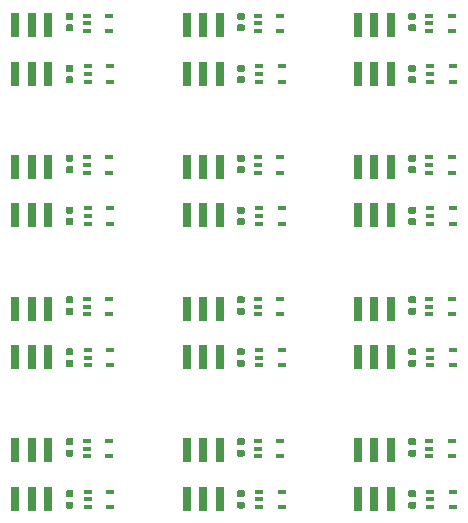
<source format=gbr>
G04 #@! TF.GenerationSoftware,KiCad,Pcbnew,5.0.2-bee76a0~70~ubuntu18.04.1*
G04 #@! TF.CreationDate,2020-02-19T12:34:17+01:00*
G04 #@! TF.ProjectId,output.schmitt_trigger_adapter,6f757470-7574-42e7-9363-686d6974745f,rev?*
G04 #@! TF.SameCoordinates,Original*
G04 #@! TF.FileFunction,Paste,Bot*
G04 #@! TF.FilePolarity,Positive*
%FSLAX46Y46*%
G04 Gerber Fmt 4.6, Leading zero omitted, Abs format (unit mm)*
G04 Created by KiCad (PCBNEW 5.0.2-bee76a0~70~ubuntu18.04.1) date Wed 19 Feb 2020 12:34:17 PM CET*
%MOMM*%
%LPD*%
G01*
G04 APERTURE LIST*
%ADD10C,0.100000*%
%ADD11C,0.590000*%
%ADD12R,0.700000X2.000000*%
%ADD13R,0.700000X0.400000*%
G04 APERTURE END LIST*
D10*
G04 #@! TO.C,R2*
G36*
X167686958Y-113320710D02*
X167701276Y-113322834D01*
X167715317Y-113326351D01*
X167728946Y-113331228D01*
X167742031Y-113337417D01*
X167754447Y-113344858D01*
X167766073Y-113353481D01*
X167776798Y-113363202D01*
X167786519Y-113373927D01*
X167795142Y-113385553D01*
X167802583Y-113397969D01*
X167808772Y-113411054D01*
X167813649Y-113424683D01*
X167817166Y-113438724D01*
X167819290Y-113453042D01*
X167820000Y-113467500D01*
X167820000Y-113762500D01*
X167819290Y-113776958D01*
X167817166Y-113791276D01*
X167813649Y-113805317D01*
X167808772Y-113818946D01*
X167802583Y-113832031D01*
X167795142Y-113844447D01*
X167786519Y-113856073D01*
X167776798Y-113866798D01*
X167766073Y-113876519D01*
X167754447Y-113885142D01*
X167742031Y-113892583D01*
X167728946Y-113898772D01*
X167715317Y-113903649D01*
X167701276Y-113907166D01*
X167686958Y-113909290D01*
X167672500Y-113910000D01*
X167327500Y-113910000D01*
X167313042Y-113909290D01*
X167298724Y-113907166D01*
X167284683Y-113903649D01*
X167271054Y-113898772D01*
X167257969Y-113892583D01*
X167245553Y-113885142D01*
X167233927Y-113876519D01*
X167223202Y-113866798D01*
X167213481Y-113856073D01*
X167204858Y-113844447D01*
X167197417Y-113832031D01*
X167191228Y-113818946D01*
X167186351Y-113805317D01*
X167182834Y-113791276D01*
X167180710Y-113776958D01*
X167180000Y-113762500D01*
X167180000Y-113467500D01*
X167180710Y-113453042D01*
X167182834Y-113438724D01*
X167186351Y-113424683D01*
X167191228Y-113411054D01*
X167197417Y-113397969D01*
X167204858Y-113385553D01*
X167213481Y-113373927D01*
X167223202Y-113363202D01*
X167233927Y-113353481D01*
X167245553Y-113344858D01*
X167257969Y-113337417D01*
X167271054Y-113331228D01*
X167284683Y-113326351D01*
X167298724Y-113322834D01*
X167313042Y-113320710D01*
X167327500Y-113320000D01*
X167672500Y-113320000D01*
X167686958Y-113320710D01*
X167686958Y-113320710D01*
G37*
D11*
X167500000Y-113615000D03*
D10*
G36*
X167686958Y-114290710D02*
X167701276Y-114292834D01*
X167715317Y-114296351D01*
X167728946Y-114301228D01*
X167742031Y-114307417D01*
X167754447Y-114314858D01*
X167766073Y-114323481D01*
X167776798Y-114333202D01*
X167786519Y-114343927D01*
X167795142Y-114355553D01*
X167802583Y-114367969D01*
X167808772Y-114381054D01*
X167813649Y-114394683D01*
X167817166Y-114408724D01*
X167819290Y-114423042D01*
X167820000Y-114437500D01*
X167820000Y-114732500D01*
X167819290Y-114746958D01*
X167817166Y-114761276D01*
X167813649Y-114775317D01*
X167808772Y-114788946D01*
X167802583Y-114802031D01*
X167795142Y-114814447D01*
X167786519Y-114826073D01*
X167776798Y-114836798D01*
X167766073Y-114846519D01*
X167754447Y-114855142D01*
X167742031Y-114862583D01*
X167728946Y-114868772D01*
X167715317Y-114873649D01*
X167701276Y-114877166D01*
X167686958Y-114879290D01*
X167672500Y-114880000D01*
X167327500Y-114880000D01*
X167313042Y-114879290D01*
X167298724Y-114877166D01*
X167284683Y-114873649D01*
X167271054Y-114868772D01*
X167257969Y-114862583D01*
X167245553Y-114855142D01*
X167233927Y-114846519D01*
X167223202Y-114836798D01*
X167213481Y-114826073D01*
X167204858Y-114814447D01*
X167197417Y-114802031D01*
X167191228Y-114788946D01*
X167186351Y-114775317D01*
X167182834Y-114761276D01*
X167180710Y-114746958D01*
X167180000Y-114732500D01*
X167180000Y-114437500D01*
X167180710Y-114423042D01*
X167182834Y-114408724D01*
X167186351Y-114394683D01*
X167191228Y-114381054D01*
X167197417Y-114367969D01*
X167204858Y-114355553D01*
X167213481Y-114343927D01*
X167223202Y-114333202D01*
X167233927Y-114323481D01*
X167245553Y-114314858D01*
X167257969Y-114307417D01*
X167271054Y-114301228D01*
X167284683Y-114296351D01*
X167298724Y-114292834D01*
X167313042Y-114290710D01*
X167327500Y-114290000D01*
X167672500Y-114290000D01*
X167686958Y-114290710D01*
X167686958Y-114290710D01*
G37*
D11*
X167500000Y-114585000D03*
G04 #@! TD*
D10*
G04 #@! TO.C,R2*
G36*
X153186958Y-113320710D02*
X153201276Y-113322834D01*
X153215317Y-113326351D01*
X153228946Y-113331228D01*
X153242031Y-113337417D01*
X153254447Y-113344858D01*
X153266073Y-113353481D01*
X153276798Y-113363202D01*
X153286519Y-113373927D01*
X153295142Y-113385553D01*
X153302583Y-113397969D01*
X153308772Y-113411054D01*
X153313649Y-113424683D01*
X153317166Y-113438724D01*
X153319290Y-113453042D01*
X153320000Y-113467500D01*
X153320000Y-113762500D01*
X153319290Y-113776958D01*
X153317166Y-113791276D01*
X153313649Y-113805317D01*
X153308772Y-113818946D01*
X153302583Y-113832031D01*
X153295142Y-113844447D01*
X153286519Y-113856073D01*
X153276798Y-113866798D01*
X153266073Y-113876519D01*
X153254447Y-113885142D01*
X153242031Y-113892583D01*
X153228946Y-113898772D01*
X153215317Y-113903649D01*
X153201276Y-113907166D01*
X153186958Y-113909290D01*
X153172500Y-113910000D01*
X152827500Y-113910000D01*
X152813042Y-113909290D01*
X152798724Y-113907166D01*
X152784683Y-113903649D01*
X152771054Y-113898772D01*
X152757969Y-113892583D01*
X152745553Y-113885142D01*
X152733927Y-113876519D01*
X152723202Y-113866798D01*
X152713481Y-113856073D01*
X152704858Y-113844447D01*
X152697417Y-113832031D01*
X152691228Y-113818946D01*
X152686351Y-113805317D01*
X152682834Y-113791276D01*
X152680710Y-113776958D01*
X152680000Y-113762500D01*
X152680000Y-113467500D01*
X152680710Y-113453042D01*
X152682834Y-113438724D01*
X152686351Y-113424683D01*
X152691228Y-113411054D01*
X152697417Y-113397969D01*
X152704858Y-113385553D01*
X152713481Y-113373927D01*
X152723202Y-113363202D01*
X152733927Y-113353481D01*
X152745553Y-113344858D01*
X152757969Y-113337417D01*
X152771054Y-113331228D01*
X152784683Y-113326351D01*
X152798724Y-113322834D01*
X152813042Y-113320710D01*
X152827500Y-113320000D01*
X153172500Y-113320000D01*
X153186958Y-113320710D01*
X153186958Y-113320710D01*
G37*
D11*
X153000000Y-113615000D03*
D10*
G36*
X153186958Y-114290710D02*
X153201276Y-114292834D01*
X153215317Y-114296351D01*
X153228946Y-114301228D01*
X153242031Y-114307417D01*
X153254447Y-114314858D01*
X153266073Y-114323481D01*
X153276798Y-114333202D01*
X153286519Y-114343927D01*
X153295142Y-114355553D01*
X153302583Y-114367969D01*
X153308772Y-114381054D01*
X153313649Y-114394683D01*
X153317166Y-114408724D01*
X153319290Y-114423042D01*
X153320000Y-114437500D01*
X153320000Y-114732500D01*
X153319290Y-114746958D01*
X153317166Y-114761276D01*
X153313649Y-114775317D01*
X153308772Y-114788946D01*
X153302583Y-114802031D01*
X153295142Y-114814447D01*
X153286519Y-114826073D01*
X153276798Y-114836798D01*
X153266073Y-114846519D01*
X153254447Y-114855142D01*
X153242031Y-114862583D01*
X153228946Y-114868772D01*
X153215317Y-114873649D01*
X153201276Y-114877166D01*
X153186958Y-114879290D01*
X153172500Y-114880000D01*
X152827500Y-114880000D01*
X152813042Y-114879290D01*
X152798724Y-114877166D01*
X152784683Y-114873649D01*
X152771054Y-114868772D01*
X152757969Y-114862583D01*
X152745553Y-114855142D01*
X152733927Y-114846519D01*
X152723202Y-114836798D01*
X152713481Y-114826073D01*
X152704858Y-114814447D01*
X152697417Y-114802031D01*
X152691228Y-114788946D01*
X152686351Y-114775317D01*
X152682834Y-114761276D01*
X152680710Y-114746958D01*
X152680000Y-114732500D01*
X152680000Y-114437500D01*
X152680710Y-114423042D01*
X152682834Y-114408724D01*
X152686351Y-114394683D01*
X152691228Y-114381054D01*
X152697417Y-114367969D01*
X152704858Y-114355553D01*
X152713481Y-114343927D01*
X152723202Y-114333202D01*
X152733927Y-114323481D01*
X152745553Y-114314858D01*
X152757969Y-114307417D01*
X152771054Y-114301228D01*
X152784683Y-114296351D01*
X152798724Y-114292834D01*
X152813042Y-114290710D01*
X152827500Y-114290000D01*
X153172500Y-114290000D01*
X153186958Y-114290710D01*
X153186958Y-114290710D01*
G37*
D11*
X153000000Y-114585000D03*
G04 #@! TD*
D10*
G04 #@! TO.C,R2*
G36*
X138686958Y-113320710D02*
X138701276Y-113322834D01*
X138715317Y-113326351D01*
X138728946Y-113331228D01*
X138742031Y-113337417D01*
X138754447Y-113344858D01*
X138766073Y-113353481D01*
X138776798Y-113363202D01*
X138786519Y-113373927D01*
X138795142Y-113385553D01*
X138802583Y-113397969D01*
X138808772Y-113411054D01*
X138813649Y-113424683D01*
X138817166Y-113438724D01*
X138819290Y-113453042D01*
X138820000Y-113467500D01*
X138820000Y-113762500D01*
X138819290Y-113776958D01*
X138817166Y-113791276D01*
X138813649Y-113805317D01*
X138808772Y-113818946D01*
X138802583Y-113832031D01*
X138795142Y-113844447D01*
X138786519Y-113856073D01*
X138776798Y-113866798D01*
X138766073Y-113876519D01*
X138754447Y-113885142D01*
X138742031Y-113892583D01*
X138728946Y-113898772D01*
X138715317Y-113903649D01*
X138701276Y-113907166D01*
X138686958Y-113909290D01*
X138672500Y-113910000D01*
X138327500Y-113910000D01*
X138313042Y-113909290D01*
X138298724Y-113907166D01*
X138284683Y-113903649D01*
X138271054Y-113898772D01*
X138257969Y-113892583D01*
X138245553Y-113885142D01*
X138233927Y-113876519D01*
X138223202Y-113866798D01*
X138213481Y-113856073D01*
X138204858Y-113844447D01*
X138197417Y-113832031D01*
X138191228Y-113818946D01*
X138186351Y-113805317D01*
X138182834Y-113791276D01*
X138180710Y-113776958D01*
X138180000Y-113762500D01*
X138180000Y-113467500D01*
X138180710Y-113453042D01*
X138182834Y-113438724D01*
X138186351Y-113424683D01*
X138191228Y-113411054D01*
X138197417Y-113397969D01*
X138204858Y-113385553D01*
X138213481Y-113373927D01*
X138223202Y-113363202D01*
X138233927Y-113353481D01*
X138245553Y-113344858D01*
X138257969Y-113337417D01*
X138271054Y-113331228D01*
X138284683Y-113326351D01*
X138298724Y-113322834D01*
X138313042Y-113320710D01*
X138327500Y-113320000D01*
X138672500Y-113320000D01*
X138686958Y-113320710D01*
X138686958Y-113320710D01*
G37*
D11*
X138500000Y-113615000D03*
D10*
G36*
X138686958Y-114290710D02*
X138701276Y-114292834D01*
X138715317Y-114296351D01*
X138728946Y-114301228D01*
X138742031Y-114307417D01*
X138754447Y-114314858D01*
X138766073Y-114323481D01*
X138776798Y-114333202D01*
X138786519Y-114343927D01*
X138795142Y-114355553D01*
X138802583Y-114367969D01*
X138808772Y-114381054D01*
X138813649Y-114394683D01*
X138817166Y-114408724D01*
X138819290Y-114423042D01*
X138820000Y-114437500D01*
X138820000Y-114732500D01*
X138819290Y-114746958D01*
X138817166Y-114761276D01*
X138813649Y-114775317D01*
X138808772Y-114788946D01*
X138802583Y-114802031D01*
X138795142Y-114814447D01*
X138786519Y-114826073D01*
X138776798Y-114836798D01*
X138766073Y-114846519D01*
X138754447Y-114855142D01*
X138742031Y-114862583D01*
X138728946Y-114868772D01*
X138715317Y-114873649D01*
X138701276Y-114877166D01*
X138686958Y-114879290D01*
X138672500Y-114880000D01*
X138327500Y-114880000D01*
X138313042Y-114879290D01*
X138298724Y-114877166D01*
X138284683Y-114873649D01*
X138271054Y-114868772D01*
X138257969Y-114862583D01*
X138245553Y-114855142D01*
X138233927Y-114846519D01*
X138223202Y-114836798D01*
X138213481Y-114826073D01*
X138204858Y-114814447D01*
X138197417Y-114802031D01*
X138191228Y-114788946D01*
X138186351Y-114775317D01*
X138182834Y-114761276D01*
X138180710Y-114746958D01*
X138180000Y-114732500D01*
X138180000Y-114437500D01*
X138180710Y-114423042D01*
X138182834Y-114408724D01*
X138186351Y-114394683D01*
X138191228Y-114381054D01*
X138197417Y-114367969D01*
X138204858Y-114355553D01*
X138213481Y-114343927D01*
X138223202Y-114333202D01*
X138233927Y-114323481D01*
X138245553Y-114314858D01*
X138257969Y-114307417D01*
X138271054Y-114301228D01*
X138284683Y-114296351D01*
X138298724Y-114292834D01*
X138313042Y-114290710D01*
X138327500Y-114290000D01*
X138672500Y-114290000D01*
X138686958Y-114290710D01*
X138686958Y-114290710D01*
G37*
D11*
X138500000Y-114585000D03*
G04 #@! TD*
D10*
G04 #@! TO.C,R2*
G36*
X167686958Y-101320710D02*
X167701276Y-101322834D01*
X167715317Y-101326351D01*
X167728946Y-101331228D01*
X167742031Y-101337417D01*
X167754447Y-101344858D01*
X167766073Y-101353481D01*
X167776798Y-101363202D01*
X167786519Y-101373927D01*
X167795142Y-101385553D01*
X167802583Y-101397969D01*
X167808772Y-101411054D01*
X167813649Y-101424683D01*
X167817166Y-101438724D01*
X167819290Y-101453042D01*
X167820000Y-101467500D01*
X167820000Y-101762500D01*
X167819290Y-101776958D01*
X167817166Y-101791276D01*
X167813649Y-101805317D01*
X167808772Y-101818946D01*
X167802583Y-101832031D01*
X167795142Y-101844447D01*
X167786519Y-101856073D01*
X167776798Y-101866798D01*
X167766073Y-101876519D01*
X167754447Y-101885142D01*
X167742031Y-101892583D01*
X167728946Y-101898772D01*
X167715317Y-101903649D01*
X167701276Y-101907166D01*
X167686958Y-101909290D01*
X167672500Y-101910000D01*
X167327500Y-101910000D01*
X167313042Y-101909290D01*
X167298724Y-101907166D01*
X167284683Y-101903649D01*
X167271054Y-101898772D01*
X167257969Y-101892583D01*
X167245553Y-101885142D01*
X167233927Y-101876519D01*
X167223202Y-101866798D01*
X167213481Y-101856073D01*
X167204858Y-101844447D01*
X167197417Y-101832031D01*
X167191228Y-101818946D01*
X167186351Y-101805317D01*
X167182834Y-101791276D01*
X167180710Y-101776958D01*
X167180000Y-101762500D01*
X167180000Y-101467500D01*
X167180710Y-101453042D01*
X167182834Y-101438724D01*
X167186351Y-101424683D01*
X167191228Y-101411054D01*
X167197417Y-101397969D01*
X167204858Y-101385553D01*
X167213481Y-101373927D01*
X167223202Y-101363202D01*
X167233927Y-101353481D01*
X167245553Y-101344858D01*
X167257969Y-101337417D01*
X167271054Y-101331228D01*
X167284683Y-101326351D01*
X167298724Y-101322834D01*
X167313042Y-101320710D01*
X167327500Y-101320000D01*
X167672500Y-101320000D01*
X167686958Y-101320710D01*
X167686958Y-101320710D01*
G37*
D11*
X167500000Y-101615000D03*
D10*
G36*
X167686958Y-102290710D02*
X167701276Y-102292834D01*
X167715317Y-102296351D01*
X167728946Y-102301228D01*
X167742031Y-102307417D01*
X167754447Y-102314858D01*
X167766073Y-102323481D01*
X167776798Y-102333202D01*
X167786519Y-102343927D01*
X167795142Y-102355553D01*
X167802583Y-102367969D01*
X167808772Y-102381054D01*
X167813649Y-102394683D01*
X167817166Y-102408724D01*
X167819290Y-102423042D01*
X167820000Y-102437500D01*
X167820000Y-102732500D01*
X167819290Y-102746958D01*
X167817166Y-102761276D01*
X167813649Y-102775317D01*
X167808772Y-102788946D01*
X167802583Y-102802031D01*
X167795142Y-102814447D01*
X167786519Y-102826073D01*
X167776798Y-102836798D01*
X167766073Y-102846519D01*
X167754447Y-102855142D01*
X167742031Y-102862583D01*
X167728946Y-102868772D01*
X167715317Y-102873649D01*
X167701276Y-102877166D01*
X167686958Y-102879290D01*
X167672500Y-102880000D01*
X167327500Y-102880000D01*
X167313042Y-102879290D01*
X167298724Y-102877166D01*
X167284683Y-102873649D01*
X167271054Y-102868772D01*
X167257969Y-102862583D01*
X167245553Y-102855142D01*
X167233927Y-102846519D01*
X167223202Y-102836798D01*
X167213481Y-102826073D01*
X167204858Y-102814447D01*
X167197417Y-102802031D01*
X167191228Y-102788946D01*
X167186351Y-102775317D01*
X167182834Y-102761276D01*
X167180710Y-102746958D01*
X167180000Y-102732500D01*
X167180000Y-102437500D01*
X167180710Y-102423042D01*
X167182834Y-102408724D01*
X167186351Y-102394683D01*
X167191228Y-102381054D01*
X167197417Y-102367969D01*
X167204858Y-102355553D01*
X167213481Y-102343927D01*
X167223202Y-102333202D01*
X167233927Y-102323481D01*
X167245553Y-102314858D01*
X167257969Y-102307417D01*
X167271054Y-102301228D01*
X167284683Y-102296351D01*
X167298724Y-102292834D01*
X167313042Y-102290710D01*
X167327500Y-102290000D01*
X167672500Y-102290000D01*
X167686958Y-102290710D01*
X167686958Y-102290710D01*
G37*
D11*
X167500000Y-102585000D03*
G04 #@! TD*
D10*
G04 #@! TO.C,R2*
G36*
X153186958Y-101320710D02*
X153201276Y-101322834D01*
X153215317Y-101326351D01*
X153228946Y-101331228D01*
X153242031Y-101337417D01*
X153254447Y-101344858D01*
X153266073Y-101353481D01*
X153276798Y-101363202D01*
X153286519Y-101373927D01*
X153295142Y-101385553D01*
X153302583Y-101397969D01*
X153308772Y-101411054D01*
X153313649Y-101424683D01*
X153317166Y-101438724D01*
X153319290Y-101453042D01*
X153320000Y-101467500D01*
X153320000Y-101762500D01*
X153319290Y-101776958D01*
X153317166Y-101791276D01*
X153313649Y-101805317D01*
X153308772Y-101818946D01*
X153302583Y-101832031D01*
X153295142Y-101844447D01*
X153286519Y-101856073D01*
X153276798Y-101866798D01*
X153266073Y-101876519D01*
X153254447Y-101885142D01*
X153242031Y-101892583D01*
X153228946Y-101898772D01*
X153215317Y-101903649D01*
X153201276Y-101907166D01*
X153186958Y-101909290D01*
X153172500Y-101910000D01*
X152827500Y-101910000D01*
X152813042Y-101909290D01*
X152798724Y-101907166D01*
X152784683Y-101903649D01*
X152771054Y-101898772D01*
X152757969Y-101892583D01*
X152745553Y-101885142D01*
X152733927Y-101876519D01*
X152723202Y-101866798D01*
X152713481Y-101856073D01*
X152704858Y-101844447D01*
X152697417Y-101832031D01*
X152691228Y-101818946D01*
X152686351Y-101805317D01*
X152682834Y-101791276D01*
X152680710Y-101776958D01*
X152680000Y-101762500D01*
X152680000Y-101467500D01*
X152680710Y-101453042D01*
X152682834Y-101438724D01*
X152686351Y-101424683D01*
X152691228Y-101411054D01*
X152697417Y-101397969D01*
X152704858Y-101385553D01*
X152713481Y-101373927D01*
X152723202Y-101363202D01*
X152733927Y-101353481D01*
X152745553Y-101344858D01*
X152757969Y-101337417D01*
X152771054Y-101331228D01*
X152784683Y-101326351D01*
X152798724Y-101322834D01*
X152813042Y-101320710D01*
X152827500Y-101320000D01*
X153172500Y-101320000D01*
X153186958Y-101320710D01*
X153186958Y-101320710D01*
G37*
D11*
X153000000Y-101615000D03*
D10*
G36*
X153186958Y-102290710D02*
X153201276Y-102292834D01*
X153215317Y-102296351D01*
X153228946Y-102301228D01*
X153242031Y-102307417D01*
X153254447Y-102314858D01*
X153266073Y-102323481D01*
X153276798Y-102333202D01*
X153286519Y-102343927D01*
X153295142Y-102355553D01*
X153302583Y-102367969D01*
X153308772Y-102381054D01*
X153313649Y-102394683D01*
X153317166Y-102408724D01*
X153319290Y-102423042D01*
X153320000Y-102437500D01*
X153320000Y-102732500D01*
X153319290Y-102746958D01*
X153317166Y-102761276D01*
X153313649Y-102775317D01*
X153308772Y-102788946D01*
X153302583Y-102802031D01*
X153295142Y-102814447D01*
X153286519Y-102826073D01*
X153276798Y-102836798D01*
X153266073Y-102846519D01*
X153254447Y-102855142D01*
X153242031Y-102862583D01*
X153228946Y-102868772D01*
X153215317Y-102873649D01*
X153201276Y-102877166D01*
X153186958Y-102879290D01*
X153172500Y-102880000D01*
X152827500Y-102880000D01*
X152813042Y-102879290D01*
X152798724Y-102877166D01*
X152784683Y-102873649D01*
X152771054Y-102868772D01*
X152757969Y-102862583D01*
X152745553Y-102855142D01*
X152733927Y-102846519D01*
X152723202Y-102836798D01*
X152713481Y-102826073D01*
X152704858Y-102814447D01*
X152697417Y-102802031D01*
X152691228Y-102788946D01*
X152686351Y-102775317D01*
X152682834Y-102761276D01*
X152680710Y-102746958D01*
X152680000Y-102732500D01*
X152680000Y-102437500D01*
X152680710Y-102423042D01*
X152682834Y-102408724D01*
X152686351Y-102394683D01*
X152691228Y-102381054D01*
X152697417Y-102367969D01*
X152704858Y-102355553D01*
X152713481Y-102343927D01*
X152723202Y-102333202D01*
X152733927Y-102323481D01*
X152745553Y-102314858D01*
X152757969Y-102307417D01*
X152771054Y-102301228D01*
X152784683Y-102296351D01*
X152798724Y-102292834D01*
X152813042Y-102290710D01*
X152827500Y-102290000D01*
X153172500Y-102290000D01*
X153186958Y-102290710D01*
X153186958Y-102290710D01*
G37*
D11*
X153000000Y-102585000D03*
G04 #@! TD*
D10*
G04 #@! TO.C,R2*
G36*
X138686958Y-101320710D02*
X138701276Y-101322834D01*
X138715317Y-101326351D01*
X138728946Y-101331228D01*
X138742031Y-101337417D01*
X138754447Y-101344858D01*
X138766073Y-101353481D01*
X138776798Y-101363202D01*
X138786519Y-101373927D01*
X138795142Y-101385553D01*
X138802583Y-101397969D01*
X138808772Y-101411054D01*
X138813649Y-101424683D01*
X138817166Y-101438724D01*
X138819290Y-101453042D01*
X138820000Y-101467500D01*
X138820000Y-101762500D01*
X138819290Y-101776958D01*
X138817166Y-101791276D01*
X138813649Y-101805317D01*
X138808772Y-101818946D01*
X138802583Y-101832031D01*
X138795142Y-101844447D01*
X138786519Y-101856073D01*
X138776798Y-101866798D01*
X138766073Y-101876519D01*
X138754447Y-101885142D01*
X138742031Y-101892583D01*
X138728946Y-101898772D01*
X138715317Y-101903649D01*
X138701276Y-101907166D01*
X138686958Y-101909290D01*
X138672500Y-101910000D01*
X138327500Y-101910000D01*
X138313042Y-101909290D01*
X138298724Y-101907166D01*
X138284683Y-101903649D01*
X138271054Y-101898772D01*
X138257969Y-101892583D01*
X138245553Y-101885142D01*
X138233927Y-101876519D01*
X138223202Y-101866798D01*
X138213481Y-101856073D01*
X138204858Y-101844447D01*
X138197417Y-101832031D01*
X138191228Y-101818946D01*
X138186351Y-101805317D01*
X138182834Y-101791276D01*
X138180710Y-101776958D01*
X138180000Y-101762500D01*
X138180000Y-101467500D01*
X138180710Y-101453042D01*
X138182834Y-101438724D01*
X138186351Y-101424683D01*
X138191228Y-101411054D01*
X138197417Y-101397969D01*
X138204858Y-101385553D01*
X138213481Y-101373927D01*
X138223202Y-101363202D01*
X138233927Y-101353481D01*
X138245553Y-101344858D01*
X138257969Y-101337417D01*
X138271054Y-101331228D01*
X138284683Y-101326351D01*
X138298724Y-101322834D01*
X138313042Y-101320710D01*
X138327500Y-101320000D01*
X138672500Y-101320000D01*
X138686958Y-101320710D01*
X138686958Y-101320710D01*
G37*
D11*
X138500000Y-101615000D03*
D10*
G36*
X138686958Y-102290710D02*
X138701276Y-102292834D01*
X138715317Y-102296351D01*
X138728946Y-102301228D01*
X138742031Y-102307417D01*
X138754447Y-102314858D01*
X138766073Y-102323481D01*
X138776798Y-102333202D01*
X138786519Y-102343927D01*
X138795142Y-102355553D01*
X138802583Y-102367969D01*
X138808772Y-102381054D01*
X138813649Y-102394683D01*
X138817166Y-102408724D01*
X138819290Y-102423042D01*
X138820000Y-102437500D01*
X138820000Y-102732500D01*
X138819290Y-102746958D01*
X138817166Y-102761276D01*
X138813649Y-102775317D01*
X138808772Y-102788946D01*
X138802583Y-102802031D01*
X138795142Y-102814447D01*
X138786519Y-102826073D01*
X138776798Y-102836798D01*
X138766073Y-102846519D01*
X138754447Y-102855142D01*
X138742031Y-102862583D01*
X138728946Y-102868772D01*
X138715317Y-102873649D01*
X138701276Y-102877166D01*
X138686958Y-102879290D01*
X138672500Y-102880000D01*
X138327500Y-102880000D01*
X138313042Y-102879290D01*
X138298724Y-102877166D01*
X138284683Y-102873649D01*
X138271054Y-102868772D01*
X138257969Y-102862583D01*
X138245553Y-102855142D01*
X138233927Y-102846519D01*
X138223202Y-102836798D01*
X138213481Y-102826073D01*
X138204858Y-102814447D01*
X138197417Y-102802031D01*
X138191228Y-102788946D01*
X138186351Y-102775317D01*
X138182834Y-102761276D01*
X138180710Y-102746958D01*
X138180000Y-102732500D01*
X138180000Y-102437500D01*
X138180710Y-102423042D01*
X138182834Y-102408724D01*
X138186351Y-102394683D01*
X138191228Y-102381054D01*
X138197417Y-102367969D01*
X138204858Y-102355553D01*
X138213481Y-102343927D01*
X138223202Y-102333202D01*
X138233927Y-102323481D01*
X138245553Y-102314858D01*
X138257969Y-102307417D01*
X138271054Y-102301228D01*
X138284683Y-102296351D01*
X138298724Y-102292834D01*
X138313042Y-102290710D01*
X138327500Y-102290000D01*
X138672500Y-102290000D01*
X138686958Y-102290710D01*
X138686958Y-102290710D01*
G37*
D11*
X138500000Y-102585000D03*
G04 #@! TD*
D10*
G04 #@! TO.C,R2*
G36*
X167686958Y-89320710D02*
X167701276Y-89322834D01*
X167715317Y-89326351D01*
X167728946Y-89331228D01*
X167742031Y-89337417D01*
X167754447Y-89344858D01*
X167766073Y-89353481D01*
X167776798Y-89363202D01*
X167786519Y-89373927D01*
X167795142Y-89385553D01*
X167802583Y-89397969D01*
X167808772Y-89411054D01*
X167813649Y-89424683D01*
X167817166Y-89438724D01*
X167819290Y-89453042D01*
X167820000Y-89467500D01*
X167820000Y-89762500D01*
X167819290Y-89776958D01*
X167817166Y-89791276D01*
X167813649Y-89805317D01*
X167808772Y-89818946D01*
X167802583Y-89832031D01*
X167795142Y-89844447D01*
X167786519Y-89856073D01*
X167776798Y-89866798D01*
X167766073Y-89876519D01*
X167754447Y-89885142D01*
X167742031Y-89892583D01*
X167728946Y-89898772D01*
X167715317Y-89903649D01*
X167701276Y-89907166D01*
X167686958Y-89909290D01*
X167672500Y-89910000D01*
X167327500Y-89910000D01*
X167313042Y-89909290D01*
X167298724Y-89907166D01*
X167284683Y-89903649D01*
X167271054Y-89898772D01*
X167257969Y-89892583D01*
X167245553Y-89885142D01*
X167233927Y-89876519D01*
X167223202Y-89866798D01*
X167213481Y-89856073D01*
X167204858Y-89844447D01*
X167197417Y-89832031D01*
X167191228Y-89818946D01*
X167186351Y-89805317D01*
X167182834Y-89791276D01*
X167180710Y-89776958D01*
X167180000Y-89762500D01*
X167180000Y-89467500D01*
X167180710Y-89453042D01*
X167182834Y-89438724D01*
X167186351Y-89424683D01*
X167191228Y-89411054D01*
X167197417Y-89397969D01*
X167204858Y-89385553D01*
X167213481Y-89373927D01*
X167223202Y-89363202D01*
X167233927Y-89353481D01*
X167245553Y-89344858D01*
X167257969Y-89337417D01*
X167271054Y-89331228D01*
X167284683Y-89326351D01*
X167298724Y-89322834D01*
X167313042Y-89320710D01*
X167327500Y-89320000D01*
X167672500Y-89320000D01*
X167686958Y-89320710D01*
X167686958Y-89320710D01*
G37*
D11*
X167500000Y-89615000D03*
D10*
G36*
X167686958Y-90290710D02*
X167701276Y-90292834D01*
X167715317Y-90296351D01*
X167728946Y-90301228D01*
X167742031Y-90307417D01*
X167754447Y-90314858D01*
X167766073Y-90323481D01*
X167776798Y-90333202D01*
X167786519Y-90343927D01*
X167795142Y-90355553D01*
X167802583Y-90367969D01*
X167808772Y-90381054D01*
X167813649Y-90394683D01*
X167817166Y-90408724D01*
X167819290Y-90423042D01*
X167820000Y-90437500D01*
X167820000Y-90732500D01*
X167819290Y-90746958D01*
X167817166Y-90761276D01*
X167813649Y-90775317D01*
X167808772Y-90788946D01*
X167802583Y-90802031D01*
X167795142Y-90814447D01*
X167786519Y-90826073D01*
X167776798Y-90836798D01*
X167766073Y-90846519D01*
X167754447Y-90855142D01*
X167742031Y-90862583D01*
X167728946Y-90868772D01*
X167715317Y-90873649D01*
X167701276Y-90877166D01*
X167686958Y-90879290D01*
X167672500Y-90880000D01*
X167327500Y-90880000D01*
X167313042Y-90879290D01*
X167298724Y-90877166D01*
X167284683Y-90873649D01*
X167271054Y-90868772D01*
X167257969Y-90862583D01*
X167245553Y-90855142D01*
X167233927Y-90846519D01*
X167223202Y-90836798D01*
X167213481Y-90826073D01*
X167204858Y-90814447D01*
X167197417Y-90802031D01*
X167191228Y-90788946D01*
X167186351Y-90775317D01*
X167182834Y-90761276D01*
X167180710Y-90746958D01*
X167180000Y-90732500D01*
X167180000Y-90437500D01*
X167180710Y-90423042D01*
X167182834Y-90408724D01*
X167186351Y-90394683D01*
X167191228Y-90381054D01*
X167197417Y-90367969D01*
X167204858Y-90355553D01*
X167213481Y-90343927D01*
X167223202Y-90333202D01*
X167233927Y-90323481D01*
X167245553Y-90314858D01*
X167257969Y-90307417D01*
X167271054Y-90301228D01*
X167284683Y-90296351D01*
X167298724Y-90292834D01*
X167313042Y-90290710D01*
X167327500Y-90290000D01*
X167672500Y-90290000D01*
X167686958Y-90290710D01*
X167686958Y-90290710D01*
G37*
D11*
X167500000Y-90585000D03*
G04 #@! TD*
D10*
G04 #@! TO.C,R2*
G36*
X153186958Y-89320710D02*
X153201276Y-89322834D01*
X153215317Y-89326351D01*
X153228946Y-89331228D01*
X153242031Y-89337417D01*
X153254447Y-89344858D01*
X153266073Y-89353481D01*
X153276798Y-89363202D01*
X153286519Y-89373927D01*
X153295142Y-89385553D01*
X153302583Y-89397969D01*
X153308772Y-89411054D01*
X153313649Y-89424683D01*
X153317166Y-89438724D01*
X153319290Y-89453042D01*
X153320000Y-89467500D01*
X153320000Y-89762500D01*
X153319290Y-89776958D01*
X153317166Y-89791276D01*
X153313649Y-89805317D01*
X153308772Y-89818946D01*
X153302583Y-89832031D01*
X153295142Y-89844447D01*
X153286519Y-89856073D01*
X153276798Y-89866798D01*
X153266073Y-89876519D01*
X153254447Y-89885142D01*
X153242031Y-89892583D01*
X153228946Y-89898772D01*
X153215317Y-89903649D01*
X153201276Y-89907166D01*
X153186958Y-89909290D01*
X153172500Y-89910000D01*
X152827500Y-89910000D01*
X152813042Y-89909290D01*
X152798724Y-89907166D01*
X152784683Y-89903649D01*
X152771054Y-89898772D01*
X152757969Y-89892583D01*
X152745553Y-89885142D01*
X152733927Y-89876519D01*
X152723202Y-89866798D01*
X152713481Y-89856073D01*
X152704858Y-89844447D01*
X152697417Y-89832031D01*
X152691228Y-89818946D01*
X152686351Y-89805317D01*
X152682834Y-89791276D01*
X152680710Y-89776958D01*
X152680000Y-89762500D01*
X152680000Y-89467500D01*
X152680710Y-89453042D01*
X152682834Y-89438724D01*
X152686351Y-89424683D01*
X152691228Y-89411054D01*
X152697417Y-89397969D01*
X152704858Y-89385553D01*
X152713481Y-89373927D01*
X152723202Y-89363202D01*
X152733927Y-89353481D01*
X152745553Y-89344858D01*
X152757969Y-89337417D01*
X152771054Y-89331228D01*
X152784683Y-89326351D01*
X152798724Y-89322834D01*
X152813042Y-89320710D01*
X152827500Y-89320000D01*
X153172500Y-89320000D01*
X153186958Y-89320710D01*
X153186958Y-89320710D01*
G37*
D11*
X153000000Y-89615000D03*
D10*
G36*
X153186958Y-90290710D02*
X153201276Y-90292834D01*
X153215317Y-90296351D01*
X153228946Y-90301228D01*
X153242031Y-90307417D01*
X153254447Y-90314858D01*
X153266073Y-90323481D01*
X153276798Y-90333202D01*
X153286519Y-90343927D01*
X153295142Y-90355553D01*
X153302583Y-90367969D01*
X153308772Y-90381054D01*
X153313649Y-90394683D01*
X153317166Y-90408724D01*
X153319290Y-90423042D01*
X153320000Y-90437500D01*
X153320000Y-90732500D01*
X153319290Y-90746958D01*
X153317166Y-90761276D01*
X153313649Y-90775317D01*
X153308772Y-90788946D01*
X153302583Y-90802031D01*
X153295142Y-90814447D01*
X153286519Y-90826073D01*
X153276798Y-90836798D01*
X153266073Y-90846519D01*
X153254447Y-90855142D01*
X153242031Y-90862583D01*
X153228946Y-90868772D01*
X153215317Y-90873649D01*
X153201276Y-90877166D01*
X153186958Y-90879290D01*
X153172500Y-90880000D01*
X152827500Y-90880000D01*
X152813042Y-90879290D01*
X152798724Y-90877166D01*
X152784683Y-90873649D01*
X152771054Y-90868772D01*
X152757969Y-90862583D01*
X152745553Y-90855142D01*
X152733927Y-90846519D01*
X152723202Y-90836798D01*
X152713481Y-90826073D01*
X152704858Y-90814447D01*
X152697417Y-90802031D01*
X152691228Y-90788946D01*
X152686351Y-90775317D01*
X152682834Y-90761276D01*
X152680710Y-90746958D01*
X152680000Y-90732500D01*
X152680000Y-90437500D01*
X152680710Y-90423042D01*
X152682834Y-90408724D01*
X152686351Y-90394683D01*
X152691228Y-90381054D01*
X152697417Y-90367969D01*
X152704858Y-90355553D01*
X152713481Y-90343927D01*
X152723202Y-90333202D01*
X152733927Y-90323481D01*
X152745553Y-90314858D01*
X152757969Y-90307417D01*
X152771054Y-90301228D01*
X152784683Y-90296351D01*
X152798724Y-90292834D01*
X152813042Y-90290710D01*
X152827500Y-90290000D01*
X153172500Y-90290000D01*
X153186958Y-90290710D01*
X153186958Y-90290710D01*
G37*
D11*
X153000000Y-90585000D03*
G04 #@! TD*
D10*
G04 #@! TO.C,R2*
G36*
X138686958Y-89320710D02*
X138701276Y-89322834D01*
X138715317Y-89326351D01*
X138728946Y-89331228D01*
X138742031Y-89337417D01*
X138754447Y-89344858D01*
X138766073Y-89353481D01*
X138776798Y-89363202D01*
X138786519Y-89373927D01*
X138795142Y-89385553D01*
X138802583Y-89397969D01*
X138808772Y-89411054D01*
X138813649Y-89424683D01*
X138817166Y-89438724D01*
X138819290Y-89453042D01*
X138820000Y-89467500D01*
X138820000Y-89762500D01*
X138819290Y-89776958D01*
X138817166Y-89791276D01*
X138813649Y-89805317D01*
X138808772Y-89818946D01*
X138802583Y-89832031D01*
X138795142Y-89844447D01*
X138786519Y-89856073D01*
X138776798Y-89866798D01*
X138766073Y-89876519D01*
X138754447Y-89885142D01*
X138742031Y-89892583D01*
X138728946Y-89898772D01*
X138715317Y-89903649D01*
X138701276Y-89907166D01*
X138686958Y-89909290D01*
X138672500Y-89910000D01*
X138327500Y-89910000D01*
X138313042Y-89909290D01*
X138298724Y-89907166D01*
X138284683Y-89903649D01*
X138271054Y-89898772D01*
X138257969Y-89892583D01*
X138245553Y-89885142D01*
X138233927Y-89876519D01*
X138223202Y-89866798D01*
X138213481Y-89856073D01*
X138204858Y-89844447D01*
X138197417Y-89832031D01*
X138191228Y-89818946D01*
X138186351Y-89805317D01*
X138182834Y-89791276D01*
X138180710Y-89776958D01*
X138180000Y-89762500D01*
X138180000Y-89467500D01*
X138180710Y-89453042D01*
X138182834Y-89438724D01*
X138186351Y-89424683D01*
X138191228Y-89411054D01*
X138197417Y-89397969D01*
X138204858Y-89385553D01*
X138213481Y-89373927D01*
X138223202Y-89363202D01*
X138233927Y-89353481D01*
X138245553Y-89344858D01*
X138257969Y-89337417D01*
X138271054Y-89331228D01*
X138284683Y-89326351D01*
X138298724Y-89322834D01*
X138313042Y-89320710D01*
X138327500Y-89320000D01*
X138672500Y-89320000D01*
X138686958Y-89320710D01*
X138686958Y-89320710D01*
G37*
D11*
X138500000Y-89615000D03*
D10*
G36*
X138686958Y-90290710D02*
X138701276Y-90292834D01*
X138715317Y-90296351D01*
X138728946Y-90301228D01*
X138742031Y-90307417D01*
X138754447Y-90314858D01*
X138766073Y-90323481D01*
X138776798Y-90333202D01*
X138786519Y-90343927D01*
X138795142Y-90355553D01*
X138802583Y-90367969D01*
X138808772Y-90381054D01*
X138813649Y-90394683D01*
X138817166Y-90408724D01*
X138819290Y-90423042D01*
X138820000Y-90437500D01*
X138820000Y-90732500D01*
X138819290Y-90746958D01*
X138817166Y-90761276D01*
X138813649Y-90775317D01*
X138808772Y-90788946D01*
X138802583Y-90802031D01*
X138795142Y-90814447D01*
X138786519Y-90826073D01*
X138776798Y-90836798D01*
X138766073Y-90846519D01*
X138754447Y-90855142D01*
X138742031Y-90862583D01*
X138728946Y-90868772D01*
X138715317Y-90873649D01*
X138701276Y-90877166D01*
X138686958Y-90879290D01*
X138672500Y-90880000D01*
X138327500Y-90880000D01*
X138313042Y-90879290D01*
X138298724Y-90877166D01*
X138284683Y-90873649D01*
X138271054Y-90868772D01*
X138257969Y-90862583D01*
X138245553Y-90855142D01*
X138233927Y-90846519D01*
X138223202Y-90836798D01*
X138213481Y-90826073D01*
X138204858Y-90814447D01*
X138197417Y-90802031D01*
X138191228Y-90788946D01*
X138186351Y-90775317D01*
X138182834Y-90761276D01*
X138180710Y-90746958D01*
X138180000Y-90732500D01*
X138180000Y-90437500D01*
X138180710Y-90423042D01*
X138182834Y-90408724D01*
X138186351Y-90394683D01*
X138191228Y-90381054D01*
X138197417Y-90367969D01*
X138204858Y-90355553D01*
X138213481Y-90343927D01*
X138223202Y-90333202D01*
X138233927Y-90323481D01*
X138245553Y-90314858D01*
X138257969Y-90307417D01*
X138271054Y-90301228D01*
X138284683Y-90296351D01*
X138298724Y-90292834D01*
X138313042Y-90290710D01*
X138327500Y-90290000D01*
X138672500Y-90290000D01*
X138686958Y-90290710D01*
X138686958Y-90290710D01*
G37*
D11*
X138500000Y-90585000D03*
G04 #@! TD*
D10*
G04 #@! TO.C,R2*
G36*
X167686958Y-77320710D02*
X167701276Y-77322834D01*
X167715317Y-77326351D01*
X167728946Y-77331228D01*
X167742031Y-77337417D01*
X167754447Y-77344858D01*
X167766073Y-77353481D01*
X167776798Y-77363202D01*
X167786519Y-77373927D01*
X167795142Y-77385553D01*
X167802583Y-77397969D01*
X167808772Y-77411054D01*
X167813649Y-77424683D01*
X167817166Y-77438724D01*
X167819290Y-77453042D01*
X167820000Y-77467500D01*
X167820000Y-77762500D01*
X167819290Y-77776958D01*
X167817166Y-77791276D01*
X167813649Y-77805317D01*
X167808772Y-77818946D01*
X167802583Y-77832031D01*
X167795142Y-77844447D01*
X167786519Y-77856073D01*
X167776798Y-77866798D01*
X167766073Y-77876519D01*
X167754447Y-77885142D01*
X167742031Y-77892583D01*
X167728946Y-77898772D01*
X167715317Y-77903649D01*
X167701276Y-77907166D01*
X167686958Y-77909290D01*
X167672500Y-77910000D01*
X167327500Y-77910000D01*
X167313042Y-77909290D01*
X167298724Y-77907166D01*
X167284683Y-77903649D01*
X167271054Y-77898772D01*
X167257969Y-77892583D01*
X167245553Y-77885142D01*
X167233927Y-77876519D01*
X167223202Y-77866798D01*
X167213481Y-77856073D01*
X167204858Y-77844447D01*
X167197417Y-77832031D01*
X167191228Y-77818946D01*
X167186351Y-77805317D01*
X167182834Y-77791276D01*
X167180710Y-77776958D01*
X167180000Y-77762500D01*
X167180000Y-77467500D01*
X167180710Y-77453042D01*
X167182834Y-77438724D01*
X167186351Y-77424683D01*
X167191228Y-77411054D01*
X167197417Y-77397969D01*
X167204858Y-77385553D01*
X167213481Y-77373927D01*
X167223202Y-77363202D01*
X167233927Y-77353481D01*
X167245553Y-77344858D01*
X167257969Y-77337417D01*
X167271054Y-77331228D01*
X167284683Y-77326351D01*
X167298724Y-77322834D01*
X167313042Y-77320710D01*
X167327500Y-77320000D01*
X167672500Y-77320000D01*
X167686958Y-77320710D01*
X167686958Y-77320710D01*
G37*
D11*
X167500000Y-77615000D03*
D10*
G36*
X167686958Y-78290710D02*
X167701276Y-78292834D01*
X167715317Y-78296351D01*
X167728946Y-78301228D01*
X167742031Y-78307417D01*
X167754447Y-78314858D01*
X167766073Y-78323481D01*
X167776798Y-78333202D01*
X167786519Y-78343927D01*
X167795142Y-78355553D01*
X167802583Y-78367969D01*
X167808772Y-78381054D01*
X167813649Y-78394683D01*
X167817166Y-78408724D01*
X167819290Y-78423042D01*
X167820000Y-78437500D01*
X167820000Y-78732500D01*
X167819290Y-78746958D01*
X167817166Y-78761276D01*
X167813649Y-78775317D01*
X167808772Y-78788946D01*
X167802583Y-78802031D01*
X167795142Y-78814447D01*
X167786519Y-78826073D01*
X167776798Y-78836798D01*
X167766073Y-78846519D01*
X167754447Y-78855142D01*
X167742031Y-78862583D01*
X167728946Y-78868772D01*
X167715317Y-78873649D01*
X167701276Y-78877166D01*
X167686958Y-78879290D01*
X167672500Y-78880000D01*
X167327500Y-78880000D01*
X167313042Y-78879290D01*
X167298724Y-78877166D01*
X167284683Y-78873649D01*
X167271054Y-78868772D01*
X167257969Y-78862583D01*
X167245553Y-78855142D01*
X167233927Y-78846519D01*
X167223202Y-78836798D01*
X167213481Y-78826073D01*
X167204858Y-78814447D01*
X167197417Y-78802031D01*
X167191228Y-78788946D01*
X167186351Y-78775317D01*
X167182834Y-78761276D01*
X167180710Y-78746958D01*
X167180000Y-78732500D01*
X167180000Y-78437500D01*
X167180710Y-78423042D01*
X167182834Y-78408724D01*
X167186351Y-78394683D01*
X167191228Y-78381054D01*
X167197417Y-78367969D01*
X167204858Y-78355553D01*
X167213481Y-78343927D01*
X167223202Y-78333202D01*
X167233927Y-78323481D01*
X167245553Y-78314858D01*
X167257969Y-78307417D01*
X167271054Y-78301228D01*
X167284683Y-78296351D01*
X167298724Y-78292834D01*
X167313042Y-78290710D01*
X167327500Y-78290000D01*
X167672500Y-78290000D01*
X167686958Y-78290710D01*
X167686958Y-78290710D01*
G37*
D11*
X167500000Y-78585000D03*
G04 #@! TD*
D10*
G04 #@! TO.C,R2*
G36*
X153186958Y-77320710D02*
X153201276Y-77322834D01*
X153215317Y-77326351D01*
X153228946Y-77331228D01*
X153242031Y-77337417D01*
X153254447Y-77344858D01*
X153266073Y-77353481D01*
X153276798Y-77363202D01*
X153286519Y-77373927D01*
X153295142Y-77385553D01*
X153302583Y-77397969D01*
X153308772Y-77411054D01*
X153313649Y-77424683D01*
X153317166Y-77438724D01*
X153319290Y-77453042D01*
X153320000Y-77467500D01*
X153320000Y-77762500D01*
X153319290Y-77776958D01*
X153317166Y-77791276D01*
X153313649Y-77805317D01*
X153308772Y-77818946D01*
X153302583Y-77832031D01*
X153295142Y-77844447D01*
X153286519Y-77856073D01*
X153276798Y-77866798D01*
X153266073Y-77876519D01*
X153254447Y-77885142D01*
X153242031Y-77892583D01*
X153228946Y-77898772D01*
X153215317Y-77903649D01*
X153201276Y-77907166D01*
X153186958Y-77909290D01*
X153172500Y-77910000D01*
X152827500Y-77910000D01*
X152813042Y-77909290D01*
X152798724Y-77907166D01*
X152784683Y-77903649D01*
X152771054Y-77898772D01*
X152757969Y-77892583D01*
X152745553Y-77885142D01*
X152733927Y-77876519D01*
X152723202Y-77866798D01*
X152713481Y-77856073D01*
X152704858Y-77844447D01*
X152697417Y-77832031D01*
X152691228Y-77818946D01*
X152686351Y-77805317D01*
X152682834Y-77791276D01*
X152680710Y-77776958D01*
X152680000Y-77762500D01*
X152680000Y-77467500D01*
X152680710Y-77453042D01*
X152682834Y-77438724D01*
X152686351Y-77424683D01*
X152691228Y-77411054D01*
X152697417Y-77397969D01*
X152704858Y-77385553D01*
X152713481Y-77373927D01*
X152723202Y-77363202D01*
X152733927Y-77353481D01*
X152745553Y-77344858D01*
X152757969Y-77337417D01*
X152771054Y-77331228D01*
X152784683Y-77326351D01*
X152798724Y-77322834D01*
X152813042Y-77320710D01*
X152827500Y-77320000D01*
X153172500Y-77320000D01*
X153186958Y-77320710D01*
X153186958Y-77320710D01*
G37*
D11*
X153000000Y-77615000D03*
D10*
G36*
X153186958Y-78290710D02*
X153201276Y-78292834D01*
X153215317Y-78296351D01*
X153228946Y-78301228D01*
X153242031Y-78307417D01*
X153254447Y-78314858D01*
X153266073Y-78323481D01*
X153276798Y-78333202D01*
X153286519Y-78343927D01*
X153295142Y-78355553D01*
X153302583Y-78367969D01*
X153308772Y-78381054D01*
X153313649Y-78394683D01*
X153317166Y-78408724D01*
X153319290Y-78423042D01*
X153320000Y-78437500D01*
X153320000Y-78732500D01*
X153319290Y-78746958D01*
X153317166Y-78761276D01*
X153313649Y-78775317D01*
X153308772Y-78788946D01*
X153302583Y-78802031D01*
X153295142Y-78814447D01*
X153286519Y-78826073D01*
X153276798Y-78836798D01*
X153266073Y-78846519D01*
X153254447Y-78855142D01*
X153242031Y-78862583D01*
X153228946Y-78868772D01*
X153215317Y-78873649D01*
X153201276Y-78877166D01*
X153186958Y-78879290D01*
X153172500Y-78880000D01*
X152827500Y-78880000D01*
X152813042Y-78879290D01*
X152798724Y-78877166D01*
X152784683Y-78873649D01*
X152771054Y-78868772D01*
X152757969Y-78862583D01*
X152745553Y-78855142D01*
X152733927Y-78846519D01*
X152723202Y-78836798D01*
X152713481Y-78826073D01*
X152704858Y-78814447D01*
X152697417Y-78802031D01*
X152691228Y-78788946D01*
X152686351Y-78775317D01*
X152682834Y-78761276D01*
X152680710Y-78746958D01*
X152680000Y-78732500D01*
X152680000Y-78437500D01*
X152680710Y-78423042D01*
X152682834Y-78408724D01*
X152686351Y-78394683D01*
X152691228Y-78381054D01*
X152697417Y-78367969D01*
X152704858Y-78355553D01*
X152713481Y-78343927D01*
X152723202Y-78333202D01*
X152733927Y-78323481D01*
X152745553Y-78314858D01*
X152757969Y-78307417D01*
X152771054Y-78301228D01*
X152784683Y-78296351D01*
X152798724Y-78292834D01*
X152813042Y-78290710D01*
X152827500Y-78290000D01*
X153172500Y-78290000D01*
X153186958Y-78290710D01*
X153186958Y-78290710D01*
G37*
D11*
X153000000Y-78585000D03*
G04 #@! TD*
D10*
G04 #@! TO.C,R1*
G36*
X167686958Y-109890710D02*
X167701276Y-109892834D01*
X167715317Y-109896351D01*
X167728946Y-109901228D01*
X167742031Y-109907417D01*
X167754447Y-109914858D01*
X167766073Y-109923481D01*
X167776798Y-109933202D01*
X167786519Y-109943927D01*
X167795142Y-109955553D01*
X167802583Y-109967969D01*
X167808772Y-109981054D01*
X167813649Y-109994683D01*
X167817166Y-110008724D01*
X167819290Y-110023042D01*
X167820000Y-110037500D01*
X167820000Y-110332500D01*
X167819290Y-110346958D01*
X167817166Y-110361276D01*
X167813649Y-110375317D01*
X167808772Y-110388946D01*
X167802583Y-110402031D01*
X167795142Y-110414447D01*
X167786519Y-110426073D01*
X167776798Y-110436798D01*
X167766073Y-110446519D01*
X167754447Y-110455142D01*
X167742031Y-110462583D01*
X167728946Y-110468772D01*
X167715317Y-110473649D01*
X167701276Y-110477166D01*
X167686958Y-110479290D01*
X167672500Y-110480000D01*
X167327500Y-110480000D01*
X167313042Y-110479290D01*
X167298724Y-110477166D01*
X167284683Y-110473649D01*
X167271054Y-110468772D01*
X167257969Y-110462583D01*
X167245553Y-110455142D01*
X167233927Y-110446519D01*
X167223202Y-110436798D01*
X167213481Y-110426073D01*
X167204858Y-110414447D01*
X167197417Y-110402031D01*
X167191228Y-110388946D01*
X167186351Y-110375317D01*
X167182834Y-110361276D01*
X167180710Y-110346958D01*
X167180000Y-110332500D01*
X167180000Y-110037500D01*
X167180710Y-110023042D01*
X167182834Y-110008724D01*
X167186351Y-109994683D01*
X167191228Y-109981054D01*
X167197417Y-109967969D01*
X167204858Y-109955553D01*
X167213481Y-109943927D01*
X167223202Y-109933202D01*
X167233927Y-109923481D01*
X167245553Y-109914858D01*
X167257969Y-109907417D01*
X167271054Y-109901228D01*
X167284683Y-109896351D01*
X167298724Y-109892834D01*
X167313042Y-109890710D01*
X167327500Y-109890000D01*
X167672500Y-109890000D01*
X167686958Y-109890710D01*
X167686958Y-109890710D01*
G37*
D11*
X167500000Y-110185000D03*
D10*
G36*
X167686958Y-108920710D02*
X167701276Y-108922834D01*
X167715317Y-108926351D01*
X167728946Y-108931228D01*
X167742031Y-108937417D01*
X167754447Y-108944858D01*
X167766073Y-108953481D01*
X167776798Y-108963202D01*
X167786519Y-108973927D01*
X167795142Y-108985553D01*
X167802583Y-108997969D01*
X167808772Y-109011054D01*
X167813649Y-109024683D01*
X167817166Y-109038724D01*
X167819290Y-109053042D01*
X167820000Y-109067500D01*
X167820000Y-109362500D01*
X167819290Y-109376958D01*
X167817166Y-109391276D01*
X167813649Y-109405317D01*
X167808772Y-109418946D01*
X167802583Y-109432031D01*
X167795142Y-109444447D01*
X167786519Y-109456073D01*
X167776798Y-109466798D01*
X167766073Y-109476519D01*
X167754447Y-109485142D01*
X167742031Y-109492583D01*
X167728946Y-109498772D01*
X167715317Y-109503649D01*
X167701276Y-109507166D01*
X167686958Y-109509290D01*
X167672500Y-109510000D01*
X167327500Y-109510000D01*
X167313042Y-109509290D01*
X167298724Y-109507166D01*
X167284683Y-109503649D01*
X167271054Y-109498772D01*
X167257969Y-109492583D01*
X167245553Y-109485142D01*
X167233927Y-109476519D01*
X167223202Y-109466798D01*
X167213481Y-109456073D01*
X167204858Y-109444447D01*
X167197417Y-109432031D01*
X167191228Y-109418946D01*
X167186351Y-109405317D01*
X167182834Y-109391276D01*
X167180710Y-109376958D01*
X167180000Y-109362500D01*
X167180000Y-109067500D01*
X167180710Y-109053042D01*
X167182834Y-109038724D01*
X167186351Y-109024683D01*
X167191228Y-109011054D01*
X167197417Y-108997969D01*
X167204858Y-108985553D01*
X167213481Y-108973927D01*
X167223202Y-108963202D01*
X167233927Y-108953481D01*
X167245553Y-108944858D01*
X167257969Y-108937417D01*
X167271054Y-108931228D01*
X167284683Y-108926351D01*
X167298724Y-108922834D01*
X167313042Y-108920710D01*
X167327500Y-108920000D01*
X167672500Y-108920000D01*
X167686958Y-108920710D01*
X167686958Y-108920710D01*
G37*
D11*
X167500000Y-109215000D03*
G04 #@! TD*
D10*
G04 #@! TO.C,R1*
G36*
X153186958Y-109890710D02*
X153201276Y-109892834D01*
X153215317Y-109896351D01*
X153228946Y-109901228D01*
X153242031Y-109907417D01*
X153254447Y-109914858D01*
X153266073Y-109923481D01*
X153276798Y-109933202D01*
X153286519Y-109943927D01*
X153295142Y-109955553D01*
X153302583Y-109967969D01*
X153308772Y-109981054D01*
X153313649Y-109994683D01*
X153317166Y-110008724D01*
X153319290Y-110023042D01*
X153320000Y-110037500D01*
X153320000Y-110332500D01*
X153319290Y-110346958D01*
X153317166Y-110361276D01*
X153313649Y-110375317D01*
X153308772Y-110388946D01*
X153302583Y-110402031D01*
X153295142Y-110414447D01*
X153286519Y-110426073D01*
X153276798Y-110436798D01*
X153266073Y-110446519D01*
X153254447Y-110455142D01*
X153242031Y-110462583D01*
X153228946Y-110468772D01*
X153215317Y-110473649D01*
X153201276Y-110477166D01*
X153186958Y-110479290D01*
X153172500Y-110480000D01*
X152827500Y-110480000D01*
X152813042Y-110479290D01*
X152798724Y-110477166D01*
X152784683Y-110473649D01*
X152771054Y-110468772D01*
X152757969Y-110462583D01*
X152745553Y-110455142D01*
X152733927Y-110446519D01*
X152723202Y-110436798D01*
X152713481Y-110426073D01*
X152704858Y-110414447D01*
X152697417Y-110402031D01*
X152691228Y-110388946D01*
X152686351Y-110375317D01*
X152682834Y-110361276D01*
X152680710Y-110346958D01*
X152680000Y-110332500D01*
X152680000Y-110037500D01*
X152680710Y-110023042D01*
X152682834Y-110008724D01*
X152686351Y-109994683D01*
X152691228Y-109981054D01*
X152697417Y-109967969D01*
X152704858Y-109955553D01*
X152713481Y-109943927D01*
X152723202Y-109933202D01*
X152733927Y-109923481D01*
X152745553Y-109914858D01*
X152757969Y-109907417D01*
X152771054Y-109901228D01*
X152784683Y-109896351D01*
X152798724Y-109892834D01*
X152813042Y-109890710D01*
X152827500Y-109890000D01*
X153172500Y-109890000D01*
X153186958Y-109890710D01*
X153186958Y-109890710D01*
G37*
D11*
X153000000Y-110185000D03*
D10*
G36*
X153186958Y-108920710D02*
X153201276Y-108922834D01*
X153215317Y-108926351D01*
X153228946Y-108931228D01*
X153242031Y-108937417D01*
X153254447Y-108944858D01*
X153266073Y-108953481D01*
X153276798Y-108963202D01*
X153286519Y-108973927D01*
X153295142Y-108985553D01*
X153302583Y-108997969D01*
X153308772Y-109011054D01*
X153313649Y-109024683D01*
X153317166Y-109038724D01*
X153319290Y-109053042D01*
X153320000Y-109067500D01*
X153320000Y-109362500D01*
X153319290Y-109376958D01*
X153317166Y-109391276D01*
X153313649Y-109405317D01*
X153308772Y-109418946D01*
X153302583Y-109432031D01*
X153295142Y-109444447D01*
X153286519Y-109456073D01*
X153276798Y-109466798D01*
X153266073Y-109476519D01*
X153254447Y-109485142D01*
X153242031Y-109492583D01*
X153228946Y-109498772D01*
X153215317Y-109503649D01*
X153201276Y-109507166D01*
X153186958Y-109509290D01*
X153172500Y-109510000D01*
X152827500Y-109510000D01*
X152813042Y-109509290D01*
X152798724Y-109507166D01*
X152784683Y-109503649D01*
X152771054Y-109498772D01*
X152757969Y-109492583D01*
X152745553Y-109485142D01*
X152733927Y-109476519D01*
X152723202Y-109466798D01*
X152713481Y-109456073D01*
X152704858Y-109444447D01*
X152697417Y-109432031D01*
X152691228Y-109418946D01*
X152686351Y-109405317D01*
X152682834Y-109391276D01*
X152680710Y-109376958D01*
X152680000Y-109362500D01*
X152680000Y-109067500D01*
X152680710Y-109053042D01*
X152682834Y-109038724D01*
X152686351Y-109024683D01*
X152691228Y-109011054D01*
X152697417Y-108997969D01*
X152704858Y-108985553D01*
X152713481Y-108973927D01*
X152723202Y-108963202D01*
X152733927Y-108953481D01*
X152745553Y-108944858D01*
X152757969Y-108937417D01*
X152771054Y-108931228D01*
X152784683Y-108926351D01*
X152798724Y-108922834D01*
X152813042Y-108920710D01*
X152827500Y-108920000D01*
X153172500Y-108920000D01*
X153186958Y-108920710D01*
X153186958Y-108920710D01*
G37*
D11*
X153000000Y-109215000D03*
G04 #@! TD*
D10*
G04 #@! TO.C,R1*
G36*
X138686958Y-109890710D02*
X138701276Y-109892834D01*
X138715317Y-109896351D01*
X138728946Y-109901228D01*
X138742031Y-109907417D01*
X138754447Y-109914858D01*
X138766073Y-109923481D01*
X138776798Y-109933202D01*
X138786519Y-109943927D01*
X138795142Y-109955553D01*
X138802583Y-109967969D01*
X138808772Y-109981054D01*
X138813649Y-109994683D01*
X138817166Y-110008724D01*
X138819290Y-110023042D01*
X138820000Y-110037500D01*
X138820000Y-110332500D01*
X138819290Y-110346958D01*
X138817166Y-110361276D01*
X138813649Y-110375317D01*
X138808772Y-110388946D01*
X138802583Y-110402031D01*
X138795142Y-110414447D01*
X138786519Y-110426073D01*
X138776798Y-110436798D01*
X138766073Y-110446519D01*
X138754447Y-110455142D01*
X138742031Y-110462583D01*
X138728946Y-110468772D01*
X138715317Y-110473649D01*
X138701276Y-110477166D01*
X138686958Y-110479290D01*
X138672500Y-110480000D01*
X138327500Y-110480000D01*
X138313042Y-110479290D01*
X138298724Y-110477166D01*
X138284683Y-110473649D01*
X138271054Y-110468772D01*
X138257969Y-110462583D01*
X138245553Y-110455142D01*
X138233927Y-110446519D01*
X138223202Y-110436798D01*
X138213481Y-110426073D01*
X138204858Y-110414447D01*
X138197417Y-110402031D01*
X138191228Y-110388946D01*
X138186351Y-110375317D01*
X138182834Y-110361276D01*
X138180710Y-110346958D01*
X138180000Y-110332500D01*
X138180000Y-110037500D01*
X138180710Y-110023042D01*
X138182834Y-110008724D01*
X138186351Y-109994683D01*
X138191228Y-109981054D01*
X138197417Y-109967969D01*
X138204858Y-109955553D01*
X138213481Y-109943927D01*
X138223202Y-109933202D01*
X138233927Y-109923481D01*
X138245553Y-109914858D01*
X138257969Y-109907417D01*
X138271054Y-109901228D01*
X138284683Y-109896351D01*
X138298724Y-109892834D01*
X138313042Y-109890710D01*
X138327500Y-109890000D01*
X138672500Y-109890000D01*
X138686958Y-109890710D01*
X138686958Y-109890710D01*
G37*
D11*
X138500000Y-110185000D03*
D10*
G36*
X138686958Y-108920710D02*
X138701276Y-108922834D01*
X138715317Y-108926351D01*
X138728946Y-108931228D01*
X138742031Y-108937417D01*
X138754447Y-108944858D01*
X138766073Y-108953481D01*
X138776798Y-108963202D01*
X138786519Y-108973927D01*
X138795142Y-108985553D01*
X138802583Y-108997969D01*
X138808772Y-109011054D01*
X138813649Y-109024683D01*
X138817166Y-109038724D01*
X138819290Y-109053042D01*
X138820000Y-109067500D01*
X138820000Y-109362500D01*
X138819290Y-109376958D01*
X138817166Y-109391276D01*
X138813649Y-109405317D01*
X138808772Y-109418946D01*
X138802583Y-109432031D01*
X138795142Y-109444447D01*
X138786519Y-109456073D01*
X138776798Y-109466798D01*
X138766073Y-109476519D01*
X138754447Y-109485142D01*
X138742031Y-109492583D01*
X138728946Y-109498772D01*
X138715317Y-109503649D01*
X138701276Y-109507166D01*
X138686958Y-109509290D01*
X138672500Y-109510000D01*
X138327500Y-109510000D01*
X138313042Y-109509290D01*
X138298724Y-109507166D01*
X138284683Y-109503649D01*
X138271054Y-109498772D01*
X138257969Y-109492583D01*
X138245553Y-109485142D01*
X138233927Y-109476519D01*
X138223202Y-109466798D01*
X138213481Y-109456073D01*
X138204858Y-109444447D01*
X138197417Y-109432031D01*
X138191228Y-109418946D01*
X138186351Y-109405317D01*
X138182834Y-109391276D01*
X138180710Y-109376958D01*
X138180000Y-109362500D01*
X138180000Y-109067500D01*
X138180710Y-109053042D01*
X138182834Y-109038724D01*
X138186351Y-109024683D01*
X138191228Y-109011054D01*
X138197417Y-108997969D01*
X138204858Y-108985553D01*
X138213481Y-108973927D01*
X138223202Y-108963202D01*
X138233927Y-108953481D01*
X138245553Y-108944858D01*
X138257969Y-108937417D01*
X138271054Y-108931228D01*
X138284683Y-108926351D01*
X138298724Y-108922834D01*
X138313042Y-108920710D01*
X138327500Y-108920000D01*
X138672500Y-108920000D01*
X138686958Y-108920710D01*
X138686958Y-108920710D01*
G37*
D11*
X138500000Y-109215000D03*
G04 #@! TD*
D10*
G04 #@! TO.C,R1*
G36*
X167686958Y-97890710D02*
X167701276Y-97892834D01*
X167715317Y-97896351D01*
X167728946Y-97901228D01*
X167742031Y-97907417D01*
X167754447Y-97914858D01*
X167766073Y-97923481D01*
X167776798Y-97933202D01*
X167786519Y-97943927D01*
X167795142Y-97955553D01*
X167802583Y-97967969D01*
X167808772Y-97981054D01*
X167813649Y-97994683D01*
X167817166Y-98008724D01*
X167819290Y-98023042D01*
X167820000Y-98037500D01*
X167820000Y-98332500D01*
X167819290Y-98346958D01*
X167817166Y-98361276D01*
X167813649Y-98375317D01*
X167808772Y-98388946D01*
X167802583Y-98402031D01*
X167795142Y-98414447D01*
X167786519Y-98426073D01*
X167776798Y-98436798D01*
X167766073Y-98446519D01*
X167754447Y-98455142D01*
X167742031Y-98462583D01*
X167728946Y-98468772D01*
X167715317Y-98473649D01*
X167701276Y-98477166D01*
X167686958Y-98479290D01*
X167672500Y-98480000D01*
X167327500Y-98480000D01*
X167313042Y-98479290D01*
X167298724Y-98477166D01*
X167284683Y-98473649D01*
X167271054Y-98468772D01*
X167257969Y-98462583D01*
X167245553Y-98455142D01*
X167233927Y-98446519D01*
X167223202Y-98436798D01*
X167213481Y-98426073D01*
X167204858Y-98414447D01*
X167197417Y-98402031D01*
X167191228Y-98388946D01*
X167186351Y-98375317D01*
X167182834Y-98361276D01*
X167180710Y-98346958D01*
X167180000Y-98332500D01*
X167180000Y-98037500D01*
X167180710Y-98023042D01*
X167182834Y-98008724D01*
X167186351Y-97994683D01*
X167191228Y-97981054D01*
X167197417Y-97967969D01*
X167204858Y-97955553D01*
X167213481Y-97943927D01*
X167223202Y-97933202D01*
X167233927Y-97923481D01*
X167245553Y-97914858D01*
X167257969Y-97907417D01*
X167271054Y-97901228D01*
X167284683Y-97896351D01*
X167298724Y-97892834D01*
X167313042Y-97890710D01*
X167327500Y-97890000D01*
X167672500Y-97890000D01*
X167686958Y-97890710D01*
X167686958Y-97890710D01*
G37*
D11*
X167500000Y-98185000D03*
D10*
G36*
X167686958Y-96920710D02*
X167701276Y-96922834D01*
X167715317Y-96926351D01*
X167728946Y-96931228D01*
X167742031Y-96937417D01*
X167754447Y-96944858D01*
X167766073Y-96953481D01*
X167776798Y-96963202D01*
X167786519Y-96973927D01*
X167795142Y-96985553D01*
X167802583Y-96997969D01*
X167808772Y-97011054D01*
X167813649Y-97024683D01*
X167817166Y-97038724D01*
X167819290Y-97053042D01*
X167820000Y-97067500D01*
X167820000Y-97362500D01*
X167819290Y-97376958D01*
X167817166Y-97391276D01*
X167813649Y-97405317D01*
X167808772Y-97418946D01*
X167802583Y-97432031D01*
X167795142Y-97444447D01*
X167786519Y-97456073D01*
X167776798Y-97466798D01*
X167766073Y-97476519D01*
X167754447Y-97485142D01*
X167742031Y-97492583D01*
X167728946Y-97498772D01*
X167715317Y-97503649D01*
X167701276Y-97507166D01*
X167686958Y-97509290D01*
X167672500Y-97510000D01*
X167327500Y-97510000D01*
X167313042Y-97509290D01*
X167298724Y-97507166D01*
X167284683Y-97503649D01*
X167271054Y-97498772D01*
X167257969Y-97492583D01*
X167245553Y-97485142D01*
X167233927Y-97476519D01*
X167223202Y-97466798D01*
X167213481Y-97456073D01*
X167204858Y-97444447D01*
X167197417Y-97432031D01*
X167191228Y-97418946D01*
X167186351Y-97405317D01*
X167182834Y-97391276D01*
X167180710Y-97376958D01*
X167180000Y-97362500D01*
X167180000Y-97067500D01*
X167180710Y-97053042D01*
X167182834Y-97038724D01*
X167186351Y-97024683D01*
X167191228Y-97011054D01*
X167197417Y-96997969D01*
X167204858Y-96985553D01*
X167213481Y-96973927D01*
X167223202Y-96963202D01*
X167233927Y-96953481D01*
X167245553Y-96944858D01*
X167257969Y-96937417D01*
X167271054Y-96931228D01*
X167284683Y-96926351D01*
X167298724Y-96922834D01*
X167313042Y-96920710D01*
X167327500Y-96920000D01*
X167672500Y-96920000D01*
X167686958Y-96920710D01*
X167686958Y-96920710D01*
G37*
D11*
X167500000Y-97215000D03*
G04 #@! TD*
D10*
G04 #@! TO.C,R1*
G36*
X153186958Y-97890710D02*
X153201276Y-97892834D01*
X153215317Y-97896351D01*
X153228946Y-97901228D01*
X153242031Y-97907417D01*
X153254447Y-97914858D01*
X153266073Y-97923481D01*
X153276798Y-97933202D01*
X153286519Y-97943927D01*
X153295142Y-97955553D01*
X153302583Y-97967969D01*
X153308772Y-97981054D01*
X153313649Y-97994683D01*
X153317166Y-98008724D01*
X153319290Y-98023042D01*
X153320000Y-98037500D01*
X153320000Y-98332500D01*
X153319290Y-98346958D01*
X153317166Y-98361276D01*
X153313649Y-98375317D01*
X153308772Y-98388946D01*
X153302583Y-98402031D01*
X153295142Y-98414447D01*
X153286519Y-98426073D01*
X153276798Y-98436798D01*
X153266073Y-98446519D01*
X153254447Y-98455142D01*
X153242031Y-98462583D01*
X153228946Y-98468772D01*
X153215317Y-98473649D01*
X153201276Y-98477166D01*
X153186958Y-98479290D01*
X153172500Y-98480000D01*
X152827500Y-98480000D01*
X152813042Y-98479290D01*
X152798724Y-98477166D01*
X152784683Y-98473649D01*
X152771054Y-98468772D01*
X152757969Y-98462583D01*
X152745553Y-98455142D01*
X152733927Y-98446519D01*
X152723202Y-98436798D01*
X152713481Y-98426073D01*
X152704858Y-98414447D01*
X152697417Y-98402031D01*
X152691228Y-98388946D01*
X152686351Y-98375317D01*
X152682834Y-98361276D01*
X152680710Y-98346958D01*
X152680000Y-98332500D01*
X152680000Y-98037500D01*
X152680710Y-98023042D01*
X152682834Y-98008724D01*
X152686351Y-97994683D01*
X152691228Y-97981054D01*
X152697417Y-97967969D01*
X152704858Y-97955553D01*
X152713481Y-97943927D01*
X152723202Y-97933202D01*
X152733927Y-97923481D01*
X152745553Y-97914858D01*
X152757969Y-97907417D01*
X152771054Y-97901228D01*
X152784683Y-97896351D01*
X152798724Y-97892834D01*
X152813042Y-97890710D01*
X152827500Y-97890000D01*
X153172500Y-97890000D01*
X153186958Y-97890710D01*
X153186958Y-97890710D01*
G37*
D11*
X153000000Y-98185000D03*
D10*
G36*
X153186958Y-96920710D02*
X153201276Y-96922834D01*
X153215317Y-96926351D01*
X153228946Y-96931228D01*
X153242031Y-96937417D01*
X153254447Y-96944858D01*
X153266073Y-96953481D01*
X153276798Y-96963202D01*
X153286519Y-96973927D01*
X153295142Y-96985553D01*
X153302583Y-96997969D01*
X153308772Y-97011054D01*
X153313649Y-97024683D01*
X153317166Y-97038724D01*
X153319290Y-97053042D01*
X153320000Y-97067500D01*
X153320000Y-97362500D01*
X153319290Y-97376958D01*
X153317166Y-97391276D01*
X153313649Y-97405317D01*
X153308772Y-97418946D01*
X153302583Y-97432031D01*
X153295142Y-97444447D01*
X153286519Y-97456073D01*
X153276798Y-97466798D01*
X153266073Y-97476519D01*
X153254447Y-97485142D01*
X153242031Y-97492583D01*
X153228946Y-97498772D01*
X153215317Y-97503649D01*
X153201276Y-97507166D01*
X153186958Y-97509290D01*
X153172500Y-97510000D01*
X152827500Y-97510000D01*
X152813042Y-97509290D01*
X152798724Y-97507166D01*
X152784683Y-97503649D01*
X152771054Y-97498772D01*
X152757969Y-97492583D01*
X152745553Y-97485142D01*
X152733927Y-97476519D01*
X152723202Y-97466798D01*
X152713481Y-97456073D01*
X152704858Y-97444447D01*
X152697417Y-97432031D01*
X152691228Y-97418946D01*
X152686351Y-97405317D01*
X152682834Y-97391276D01*
X152680710Y-97376958D01*
X152680000Y-97362500D01*
X152680000Y-97067500D01*
X152680710Y-97053042D01*
X152682834Y-97038724D01*
X152686351Y-97024683D01*
X152691228Y-97011054D01*
X152697417Y-96997969D01*
X152704858Y-96985553D01*
X152713481Y-96973927D01*
X152723202Y-96963202D01*
X152733927Y-96953481D01*
X152745553Y-96944858D01*
X152757969Y-96937417D01*
X152771054Y-96931228D01*
X152784683Y-96926351D01*
X152798724Y-96922834D01*
X152813042Y-96920710D01*
X152827500Y-96920000D01*
X153172500Y-96920000D01*
X153186958Y-96920710D01*
X153186958Y-96920710D01*
G37*
D11*
X153000000Y-97215000D03*
G04 #@! TD*
D10*
G04 #@! TO.C,R1*
G36*
X138686958Y-97890710D02*
X138701276Y-97892834D01*
X138715317Y-97896351D01*
X138728946Y-97901228D01*
X138742031Y-97907417D01*
X138754447Y-97914858D01*
X138766073Y-97923481D01*
X138776798Y-97933202D01*
X138786519Y-97943927D01*
X138795142Y-97955553D01*
X138802583Y-97967969D01*
X138808772Y-97981054D01*
X138813649Y-97994683D01*
X138817166Y-98008724D01*
X138819290Y-98023042D01*
X138820000Y-98037500D01*
X138820000Y-98332500D01*
X138819290Y-98346958D01*
X138817166Y-98361276D01*
X138813649Y-98375317D01*
X138808772Y-98388946D01*
X138802583Y-98402031D01*
X138795142Y-98414447D01*
X138786519Y-98426073D01*
X138776798Y-98436798D01*
X138766073Y-98446519D01*
X138754447Y-98455142D01*
X138742031Y-98462583D01*
X138728946Y-98468772D01*
X138715317Y-98473649D01*
X138701276Y-98477166D01*
X138686958Y-98479290D01*
X138672500Y-98480000D01*
X138327500Y-98480000D01*
X138313042Y-98479290D01*
X138298724Y-98477166D01*
X138284683Y-98473649D01*
X138271054Y-98468772D01*
X138257969Y-98462583D01*
X138245553Y-98455142D01*
X138233927Y-98446519D01*
X138223202Y-98436798D01*
X138213481Y-98426073D01*
X138204858Y-98414447D01*
X138197417Y-98402031D01*
X138191228Y-98388946D01*
X138186351Y-98375317D01*
X138182834Y-98361276D01*
X138180710Y-98346958D01*
X138180000Y-98332500D01*
X138180000Y-98037500D01*
X138180710Y-98023042D01*
X138182834Y-98008724D01*
X138186351Y-97994683D01*
X138191228Y-97981054D01*
X138197417Y-97967969D01*
X138204858Y-97955553D01*
X138213481Y-97943927D01*
X138223202Y-97933202D01*
X138233927Y-97923481D01*
X138245553Y-97914858D01*
X138257969Y-97907417D01*
X138271054Y-97901228D01*
X138284683Y-97896351D01*
X138298724Y-97892834D01*
X138313042Y-97890710D01*
X138327500Y-97890000D01*
X138672500Y-97890000D01*
X138686958Y-97890710D01*
X138686958Y-97890710D01*
G37*
D11*
X138500000Y-98185000D03*
D10*
G36*
X138686958Y-96920710D02*
X138701276Y-96922834D01*
X138715317Y-96926351D01*
X138728946Y-96931228D01*
X138742031Y-96937417D01*
X138754447Y-96944858D01*
X138766073Y-96953481D01*
X138776798Y-96963202D01*
X138786519Y-96973927D01*
X138795142Y-96985553D01*
X138802583Y-96997969D01*
X138808772Y-97011054D01*
X138813649Y-97024683D01*
X138817166Y-97038724D01*
X138819290Y-97053042D01*
X138820000Y-97067500D01*
X138820000Y-97362500D01*
X138819290Y-97376958D01*
X138817166Y-97391276D01*
X138813649Y-97405317D01*
X138808772Y-97418946D01*
X138802583Y-97432031D01*
X138795142Y-97444447D01*
X138786519Y-97456073D01*
X138776798Y-97466798D01*
X138766073Y-97476519D01*
X138754447Y-97485142D01*
X138742031Y-97492583D01*
X138728946Y-97498772D01*
X138715317Y-97503649D01*
X138701276Y-97507166D01*
X138686958Y-97509290D01*
X138672500Y-97510000D01*
X138327500Y-97510000D01*
X138313042Y-97509290D01*
X138298724Y-97507166D01*
X138284683Y-97503649D01*
X138271054Y-97498772D01*
X138257969Y-97492583D01*
X138245553Y-97485142D01*
X138233927Y-97476519D01*
X138223202Y-97466798D01*
X138213481Y-97456073D01*
X138204858Y-97444447D01*
X138197417Y-97432031D01*
X138191228Y-97418946D01*
X138186351Y-97405317D01*
X138182834Y-97391276D01*
X138180710Y-97376958D01*
X138180000Y-97362500D01*
X138180000Y-97067500D01*
X138180710Y-97053042D01*
X138182834Y-97038724D01*
X138186351Y-97024683D01*
X138191228Y-97011054D01*
X138197417Y-96997969D01*
X138204858Y-96985553D01*
X138213481Y-96973927D01*
X138223202Y-96963202D01*
X138233927Y-96953481D01*
X138245553Y-96944858D01*
X138257969Y-96937417D01*
X138271054Y-96931228D01*
X138284683Y-96926351D01*
X138298724Y-96922834D01*
X138313042Y-96920710D01*
X138327500Y-96920000D01*
X138672500Y-96920000D01*
X138686958Y-96920710D01*
X138686958Y-96920710D01*
G37*
D11*
X138500000Y-97215000D03*
G04 #@! TD*
D10*
G04 #@! TO.C,R1*
G36*
X167686958Y-85890710D02*
X167701276Y-85892834D01*
X167715317Y-85896351D01*
X167728946Y-85901228D01*
X167742031Y-85907417D01*
X167754447Y-85914858D01*
X167766073Y-85923481D01*
X167776798Y-85933202D01*
X167786519Y-85943927D01*
X167795142Y-85955553D01*
X167802583Y-85967969D01*
X167808772Y-85981054D01*
X167813649Y-85994683D01*
X167817166Y-86008724D01*
X167819290Y-86023042D01*
X167820000Y-86037500D01*
X167820000Y-86332500D01*
X167819290Y-86346958D01*
X167817166Y-86361276D01*
X167813649Y-86375317D01*
X167808772Y-86388946D01*
X167802583Y-86402031D01*
X167795142Y-86414447D01*
X167786519Y-86426073D01*
X167776798Y-86436798D01*
X167766073Y-86446519D01*
X167754447Y-86455142D01*
X167742031Y-86462583D01*
X167728946Y-86468772D01*
X167715317Y-86473649D01*
X167701276Y-86477166D01*
X167686958Y-86479290D01*
X167672500Y-86480000D01*
X167327500Y-86480000D01*
X167313042Y-86479290D01*
X167298724Y-86477166D01*
X167284683Y-86473649D01*
X167271054Y-86468772D01*
X167257969Y-86462583D01*
X167245553Y-86455142D01*
X167233927Y-86446519D01*
X167223202Y-86436798D01*
X167213481Y-86426073D01*
X167204858Y-86414447D01*
X167197417Y-86402031D01*
X167191228Y-86388946D01*
X167186351Y-86375317D01*
X167182834Y-86361276D01*
X167180710Y-86346958D01*
X167180000Y-86332500D01*
X167180000Y-86037500D01*
X167180710Y-86023042D01*
X167182834Y-86008724D01*
X167186351Y-85994683D01*
X167191228Y-85981054D01*
X167197417Y-85967969D01*
X167204858Y-85955553D01*
X167213481Y-85943927D01*
X167223202Y-85933202D01*
X167233927Y-85923481D01*
X167245553Y-85914858D01*
X167257969Y-85907417D01*
X167271054Y-85901228D01*
X167284683Y-85896351D01*
X167298724Y-85892834D01*
X167313042Y-85890710D01*
X167327500Y-85890000D01*
X167672500Y-85890000D01*
X167686958Y-85890710D01*
X167686958Y-85890710D01*
G37*
D11*
X167500000Y-86185000D03*
D10*
G36*
X167686958Y-84920710D02*
X167701276Y-84922834D01*
X167715317Y-84926351D01*
X167728946Y-84931228D01*
X167742031Y-84937417D01*
X167754447Y-84944858D01*
X167766073Y-84953481D01*
X167776798Y-84963202D01*
X167786519Y-84973927D01*
X167795142Y-84985553D01*
X167802583Y-84997969D01*
X167808772Y-85011054D01*
X167813649Y-85024683D01*
X167817166Y-85038724D01*
X167819290Y-85053042D01*
X167820000Y-85067500D01*
X167820000Y-85362500D01*
X167819290Y-85376958D01*
X167817166Y-85391276D01*
X167813649Y-85405317D01*
X167808772Y-85418946D01*
X167802583Y-85432031D01*
X167795142Y-85444447D01*
X167786519Y-85456073D01*
X167776798Y-85466798D01*
X167766073Y-85476519D01*
X167754447Y-85485142D01*
X167742031Y-85492583D01*
X167728946Y-85498772D01*
X167715317Y-85503649D01*
X167701276Y-85507166D01*
X167686958Y-85509290D01*
X167672500Y-85510000D01*
X167327500Y-85510000D01*
X167313042Y-85509290D01*
X167298724Y-85507166D01*
X167284683Y-85503649D01*
X167271054Y-85498772D01*
X167257969Y-85492583D01*
X167245553Y-85485142D01*
X167233927Y-85476519D01*
X167223202Y-85466798D01*
X167213481Y-85456073D01*
X167204858Y-85444447D01*
X167197417Y-85432031D01*
X167191228Y-85418946D01*
X167186351Y-85405317D01*
X167182834Y-85391276D01*
X167180710Y-85376958D01*
X167180000Y-85362500D01*
X167180000Y-85067500D01*
X167180710Y-85053042D01*
X167182834Y-85038724D01*
X167186351Y-85024683D01*
X167191228Y-85011054D01*
X167197417Y-84997969D01*
X167204858Y-84985553D01*
X167213481Y-84973927D01*
X167223202Y-84963202D01*
X167233927Y-84953481D01*
X167245553Y-84944858D01*
X167257969Y-84937417D01*
X167271054Y-84931228D01*
X167284683Y-84926351D01*
X167298724Y-84922834D01*
X167313042Y-84920710D01*
X167327500Y-84920000D01*
X167672500Y-84920000D01*
X167686958Y-84920710D01*
X167686958Y-84920710D01*
G37*
D11*
X167500000Y-85215000D03*
G04 #@! TD*
D10*
G04 #@! TO.C,R1*
G36*
X153186958Y-85890710D02*
X153201276Y-85892834D01*
X153215317Y-85896351D01*
X153228946Y-85901228D01*
X153242031Y-85907417D01*
X153254447Y-85914858D01*
X153266073Y-85923481D01*
X153276798Y-85933202D01*
X153286519Y-85943927D01*
X153295142Y-85955553D01*
X153302583Y-85967969D01*
X153308772Y-85981054D01*
X153313649Y-85994683D01*
X153317166Y-86008724D01*
X153319290Y-86023042D01*
X153320000Y-86037500D01*
X153320000Y-86332500D01*
X153319290Y-86346958D01*
X153317166Y-86361276D01*
X153313649Y-86375317D01*
X153308772Y-86388946D01*
X153302583Y-86402031D01*
X153295142Y-86414447D01*
X153286519Y-86426073D01*
X153276798Y-86436798D01*
X153266073Y-86446519D01*
X153254447Y-86455142D01*
X153242031Y-86462583D01*
X153228946Y-86468772D01*
X153215317Y-86473649D01*
X153201276Y-86477166D01*
X153186958Y-86479290D01*
X153172500Y-86480000D01*
X152827500Y-86480000D01*
X152813042Y-86479290D01*
X152798724Y-86477166D01*
X152784683Y-86473649D01*
X152771054Y-86468772D01*
X152757969Y-86462583D01*
X152745553Y-86455142D01*
X152733927Y-86446519D01*
X152723202Y-86436798D01*
X152713481Y-86426073D01*
X152704858Y-86414447D01*
X152697417Y-86402031D01*
X152691228Y-86388946D01*
X152686351Y-86375317D01*
X152682834Y-86361276D01*
X152680710Y-86346958D01*
X152680000Y-86332500D01*
X152680000Y-86037500D01*
X152680710Y-86023042D01*
X152682834Y-86008724D01*
X152686351Y-85994683D01*
X152691228Y-85981054D01*
X152697417Y-85967969D01*
X152704858Y-85955553D01*
X152713481Y-85943927D01*
X152723202Y-85933202D01*
X152733927Y-85923481D01*
X152745553Y-85914858D01*
X152757969Y-85907417D01*
X152771054Y-85901228D01*
X152784683Y-85896351D01*
X152798724Y-85892834D01*
X152813042Y-85890710D01*
X152827500Y-85890000D01*
X153172500Y-85890000D01*
X153186958Y-85890710D01*
X153186958Y-85890710D01*
G37*
D11*
X153000000Y-86185000D03*
D10*
G36*
X153186958Y-84920710D02*
X153201276Y-84922834D01*
X153215317Y-84926351D01*
X153228946Y-84931228D01*
X153242031Y-84937417D01*
X153254447Y-84944858D01*
X153266073Y-84953481D01*
X153276798Y-84963202D01*
X153286519Y-84973927D01*
X153295142Y-84985553D01*
X153302583Y-84997969D01*
X153308772Y-85011054D01*
X153313649Y-85024683D01*
X153317166Y-85038724D01*
X153319290Y-85053042D01*
X153320000Y-85067500D01*
X153320000Y-85362500D01*
X153319290Y-85376958D01*
X153317166Y-85391276D01*
X153313649Y-85405317D01*
X153308772Y-85418946D01*
X153302583Y-85432031D01*
X153295142Y-85444447D01*
X153286519Y-85456073D01*
X153276798Y-85466798D01*
X153266073Y-85476519D01*
X153254447Y-85485142D01*
X153242031Y-85492583D01*
X153228946Y-85498772D01*
X153215317Y-85503649D01*
X153201276Y-85507166D01*
X153186958Y-85509290D01*
X153172500Y-85510000D01*
X152827500Y-85510000D01*
X152813042Y-85509290D01*
X152798724Y-85507166D01*
X152784683Y-85503649D01*
X152771054Y-85498772D01*
X152757969Y-85492583D01*
X152745553Y-85485142D01*
X152733927Y-85476519D01*
X152723202Y-85466798D01*
X152713481Y-85456073D01*
X152704858Y-85444447D01*
X152697417Y-85432031D01*
X152691228Y-85418946D01*
X152686351Y-85405317D01*
X152682834Y-85391276D01*
X152680710Y-85376958D01*
X152680000Y-85362500D01*
X152680000Y-85067500D01*
X152680710Y-85053042D01*
X152682834Y-85038724D01*
X152686351Y-85024683D01*
X152691228Y-85011054D01*
X152697417Y-84997969D01*
X152704858Y-84985553D01*
X152713481Y-84973927D01*
X152723202Y-84963202D01*
X152733927Y-84953481D01*
X152745553Y-84944858D01*
X152757969Y-84937417D01*
X152771054Y-84931228D01*
X152784683Y-84926351D01*
X152798724Y-84922834D01*
X152813042Y-84920710D01*
X152827500Y-84920000D01*
X153172500Y-84920000D01*
X153186958Y-84920710D01*
X153186958Y-84920710D01*
G37*
D11*
X153000000Y-85215000D03*
G04 #@! TD*
D10*
G04 #@! TO.C,R1*
G36*
X138686958Y-85890710D02*
X138701276Y-85892834D01*
X138715317Y-85896351D01*
X138728946Y-85901228D01*
X138742031Y-85907417D01*
X138754447Y-85914858D01*
X138766073Y-85923481D01*
X138776798Y-85933202D01*
X138786519Y-85943927D01*
X138795142Y-85955553D01*
X138802583Y-85967969D01*
X138808772Y-85981054D01*
X138813649Y-85994683D01*
X138817166Y-86008724D01*
X138819290Y-86023042D01*
X138820000Y-86037500D01*
X138820000Y-86332500D01*
X138819290Y-86346958D01*
X138817166Y-86361276D01*
X138813649Y-86375317D01*
X138808772Y-86388946D01*
X138802583Y-86402031D01*
X138795142Y-86414447D01*
X138786519Y-86426073D01*
X138776798Y-86436798D01*
X138766073Y-86446519D01*
X138754447Y-86455142D01*
X138742031Y-86462583D01*
X138728946Y-86468772D01*
X138715317Y-86473649D01*
X138701276Y-86477166D01*
X138686958Y-86479290D01*
X138672500Y-86480000D01*
X138327500Y-86480000D01*
X138313042Y-86479290D01*
X138298724Y-86477166D01*
X138284683Y-86473649D01*
X138271054Y-86468772D01*
X138257969Y-86462583D01*
X138245553Y-86455142D01*
X138233927Y-86446519D01*
X138223202Y-86436798D01*
X138213481Y-86426073D01*
X138204858Y-86414447D01*
X138197417Y-86402031D01*
X138191228Y-86388946D01*
X138186351Y-86375317D01*
X138182834Y-86361276D01*
X138180710Y-86346958D01*
X138180000Y-86332500D01*
X138180000Y-86037500D01*
X138180710Y-86023042D01*
X138182834Y-86008724D01*
X138186351Y-85994683D01*
X138191228Y-85981054D01*
X138197417Y-85967969D01*
X138204858Y-85955553D01*
X138213481Y-85943927D01*
X138223202Y-85933202D01*
X138233927Y-85923481D01*
X138245553Y-85914858D01*
X138257969Y-85907417D01*
X138271054Y-85901228D01*
X138284683Y-85896351D01*
X138298724Y-85892834D01*
X138313042Y-85890710D01*
X138327500Y-85890000D01*
X138672500Y-85890000D01*
X138686958Y-85890710D01*
X138686958Y-85890710D01*
G37*
D11*
X138500000Y-86185000D03*
D10*
G36*
X138686958Y-84920710D02*
X138701276Y-84922834D01*
X138715317Y-84926351D01*
X138728946Y-84931228D01*
X138742031Y-84937417D01*
X138754447Y-84944858D01*
X138766073Y-84953481D01*
X138776798Y-84963202D01*
X138786519Y-84973927D01*
X138795142Y-84985553D01*
X138802583Y-84997969D01*
X138808772Y-85011054D01*
X138813649Y-85024683D01*
X138817166Y-85038724D01*
X138819290Y-85053042D01*
X138820000Y-85067500D01*
X138820000Y-85362500D01*
X138819290Y-85376958D01*
X138817166Y-85391276D01*
X138813649Y-85405317D01*
X138808772Y-85418946D01*
X138802583Y-85432031D01*
X138795142Y-85444447D01*
X138786519Y-85456073D01*
X138776798Y-85466798D01*
X138766073Y-85476519D01*
X138754447Y-85485142D01*
X138742031Y-85492583D01*
X138728946Y-85498772D01*
X138715317Y-85503649D01*
X138701276Y-85507166D01*
X138686958Y-85509290D01*
X138672500Y-85510000D01*
X138327500Y-85510000D01*
X138313042Y-85509290D01*
X138298724Y-85507166D01*
X138284683Y-85503649D01*
X138271054Y-85498772D01*
X138257969Y-85492583D01*
X138245553Y-85485142D01*
X138233927Y-85476519D01*
X138223202Y-85466798D01*
X138213481Y-85456073D01*
X138204858Y-85444447D01*
X138197417Y-85432031D01*
X138191228Y-85418946D01*
X138186351Y-85405317D01*
X138182834Y-85391276D01*
X138180710Y-85376958D01*
X138180000Y-85362500D01*
X138180000Y-85067500D01*
X138180710Y-85053042D01*
X138182834Y-85038724D01*
X138186351Y-85024683D01*
X138191228Y-85011054D01*
X138197417Y-84997969D01*
X138204858Y-84985553D01*
X138213481Y-84973927D01*
X138223202Y-84963202D01*
X138233927Y-84953481D01*
X138245553Y-84944858D01*
X138257969Y-84937417D01*
X138271054Y-84931228D01*
X138284683Y-84926351D01*
X138298724Y-84922834D01*
X138313042Y-84920710D01*
X138327500Y-84920000D01*
X138672500Y-84920000D01*
X138686958Y-84920710D01*
X138686958Y-84920710D01*
G37*
D11*
X138500000Y-85215000D03*
G04 #@! TD*
D10*
G04 #@! TO.C,R1*
G36*
X167686958Y-73890710D02*
X167701276Y-73892834D01*
X167715317Y-73896351D01*
X167728946Y-73901228D01*
X167742031Y-73907417D01*
X167754447Y-73914858D01*
X167766073Y-73923481D01*
X167776798Y-73933202D01*
X167786519Y-73943927D01*
X167795142Y-73955553D01*
X167802583Y-73967969D01*
X167808772Y-73981054D01*
X167813649Y-73994683D01*
X167817166Y-74008724D01*
X167819290Y-74023042D01*
X167820000Y-74037500D01*
X167820000Y-74332500D01*
X167819290Y-74346958D01*
X167817166Y-74361276D01*
X167813649Y-74375317D01*
X167808772Y-74388946D01*
X167802583Y-74402031D01*
X167795142Y-74414447D01*
X167786519Y-74426073D01*
X167776798Y-74436798D01*
X167766073Y-74446519D01*
X167754447Y-74455142D01*
X167742031Y-74462583D01*
X167728946Y-74468772D01*
X167715317Y-74473649D01*
X167701276Y-74477166D01*
X167686958Y-74479290D01*
X167672500Y-74480000D01*
X167327500Y-74480000D01*
X167313042Y-74479290D01*
X167298724Y-74477166D01*
X167284683Y-74473649D01*
X167271054Y-74468772D01*
X167257969Y-74462583D01*
X167245553Y-74455142D01*
X167233927Y-74446519D01*
X167223202Y-74436798D01*
X167213481Y-74426073D01*
X167204858Y-74414447D01*
X167197417Y-74402031D01*
X167191228Y-74388946D01*
X167186351Y-74375317D01*
X167182834Y-74361276D01*
X167180710Y-74346958D01*
X167180000Y-74332500D01*
X167180000Y-74037500D01*
X167180710Y-74023042D01*
X167182834Y-74008724D01*
X167186351Y-73994683D01*
X167191228Y-73981054D01*
X167197417Y-73967969D01*
X167204858Y-73955553D01*
X167213481Y-73943927D01*
X167223202Y-73933202D01*
X167233927Y-73923481D01*
X167245553Y-73914858D01*
X167257969Y-73907417D01*
X167271054Y-73901228D01*
X167284683Y-73896351D01*
X167298724Y-73892834D01*
X167313042Y-73890710D01*
X167327500Y-73890000D01*
X167672500Y-73890000D01*
X167686958Y-73890710D01*
X167686958Y-73890710D01*
G37*
D11*
X167500000Y-74185000D03*
D10*
G36*
X167686958Y-72920710D02*
X167701276Y-72922834D01*
X167715317Y-72926351D01*
X167728946Y-72931228D01*
X167742031Y-72937417D01*
X167754447Y-72944858D01*
X167766073Y-72953481D01*
X167776798Y-72963202D01*
X167786519Y-72973927D01*
X167795142Y-72985553D01*
X167802583Y-72997969D01*
X167808772Y-73011054D01*
X167813649Y-73024683D01*
X167817166Y-73038724D01*
X167819290Y-73053042D01*
X167820000Y-73067500D01*
X167820000Y-73362500D01*
X167819290Y-73376958D01*
X167817166Y-73391276D01*
X167813649Y-73405317D01*
X167808772Y-73418946D01*
X167802583Y-73432031D01*
X167795142Y-73444447D01*
X167786519Y-73456073D01*
X167776798Y-73466798D01*
X167766073Y-73476519D01*
X167754447Y-73485142D01*
X167742031Y-73492583D01*
X167728946Y-73498772D01*
X167715317Y-73503649D01*
X167701276Y-73507166D01*
X167686958Y-73509290D01*
X167672500Y-73510000D01*
X167327500Y-73510000D01*
X167313042Y-73509290D01*
X167298724Y-73507166D01*
X167284683Y-73503649D01*
X167271054Y-73498772D01*
X167257969Y-73492583D01*
X167245553Y-73485142D01*
X167233927Y-73476519D01*
X167223202Y-73466798D01*
X167213481Y-73456073D01*
X167204858Y-73444447D01*
X167197417Y-73432031D01*
X167191228Y-73418946D01*
X167186351Y-73405317D01*
X167182834Y-73391276D01*
X167180710Y-73376958D01*
X167180000Y-73362500D01*
X167180000Y-73067500D01*
X167180710Y-73053042D01*
X167182834Y-73038724D01*
X167186351Y-73024683D01*
X167191228Y-73011054D01*
X167197417Y-72997969D01*
X167204858Y-72985553D01*
X167213481Y-72973927D01*
X167223202Y-72963202D01*
X167233927Y-72953481D01*
X167245553Y-72944858D01*
X167257969Y-72937417D01*
X167271054Y-72931228D01*
X167284683Y-72926351D01*
X167298724Y-72922834D01*
X167313042Y-72920710D01*
X167327500Y-72920000D01*
X167672500Y-72920000D01*
X167686958Y-72920710D01*
X167686958Y-72920710D01*
G37*
D11*
X167500000Y-73215000D03*
G04 #@! TD*
D10*
G04 #@! TO.C,R1*
G36*
X153186958Y-73890710D02*
X153201276Y-73892834D01*
X153215317Y-73896351D01*
X153228946Y-73901228D01*
X153242031Y-73907417D01*
X153254447Y-73914858D01*
X153266073Y-73923481D01*
X153276798Y-73933202D01*
X153286519Y-73943927D01*
X153295142Y-73955553D01*
X153302583Y-73967969D01*
X153308772Y-73981054D01*
X153313649Y-73994683D01*
X153317166Y-74008724D01*
X153319290Y-74023042D01*
X153320000Y-74037500D01*
X153320000Y-74332500D01*
X153319290Y-74346958D01*
X153317166Y-74361276D01*
X153313649Y-74375317D01*
X153308772Y-74388946D01*
X153302583Y-74402031D01*
X153295142Y-74414447D01*
X153286519Y-74426073D01*
X153276798Y-74436798D01*
X153266073Y-74446519D01*
X153254447Y-74455142D01*
X153242031Y-74462583D01*
X153228946Y-74468772D01*
X153215317Y-74473649D01*
X153201276Y-74477166D01*
X153186958Y-74479290D01*
X153172500Y-74480000D01*
X152827500Y-74480000D01*
X152813042Y-74479290D01*
X152798724Y-74477166D01*
X152784683Y-74473649D01*
X152771054Y-74468772D01*
X152757969Y-74462583D01*
X152745553Y-74455142D01*
X152733927Y-74446519D01*
X152723202Y-74436798D01*
X152713481Y-74426073D01*
X152704858Y-74414447D01*
X152697417Y-74402031D01*
X152691228Y-74388946D01*
X152686351Y-74375317D01*
X152682834Y-74361276D01*
X152680710Y-74346958D01*
X152680000Y-74332500D01*
X152680000Y-74037500D01*
X152680710Y-74023042D01*
X152682834Y-74008724D01*
X152686351Y-73994683D01*
X152691228Y-73981054D01*
X152697417Y-73967969D01*
X152704858Y-73955553D01*
X152713481Y-73943927D01*
X152723202Y-73933202D01*
X152733927Y-73923481D01*
X152745553Y-73914858D01*
X152757969Y-73907417D01*
X152771054Y-73901228D01*
X152784683Y-73896351D01*
X152798724Y-73892834D01*
X152813042Y-73890710D01*
X152827500Y-73890000D01*
X153172500Y-73890000D01*
X153186958Y-73890710D01*
X153186958Y-73890710D01*
G37*
D11*
X153000000Y-74185000D03*
D10*
G36*
X153186958Y-72920710D02*
X153201276Y-72922834D01*
X153215317Y-72926351D01*
X153228946Y-72931228D01*
X153242031Y-72937417D01*
X153254447Y-72944858D01*
X153266073Y-72953481D01*
X153276798Y-72963202D01*
X153286519Y-72973927D01*
X153295142Y-72985553D01*
X153302583Y-72997969D01*
X153308772Y-73011054D01*
X153313649Y-73024683D01*
X153317166Y-73038724D01*
X153319290Y-73053042D01*
X153320000Y-73067500D01*
X153320000Y-73362500D01*
X153319290Y-73376958D01*
X153317166Y-73391276D01*
X153313649Y-73405317D01*
X153308772Y-73418946D01*
X153302583Y-73432031D01*
X153295142Y-73444447D01*
X153286519Y-73456073D01*
X153276798Y-73466798D01*
X153266073Y-73476519D01*
X153254447Y-73485142D01*
X153242031Y-73492583D01*
X153228946Y-73498772D01*
X153215317Y-73503649D01*
X153201276Y-73507166D01*
X153186958Y-73509290D01*
X153172500Y-73510000D01*
X152827500Y-73510000D01*
X152813042Y-73509290D01*
X152798724Y-73507166D01*
X152784683Y-73503649D01*
X152771054Y-73498772D01*
X152757969Y-73492583D01*
X152745553Y-73485142D01*
X152733927Y-73476519D01*
X152723202Y-73466798D01*
X152713481Y-73456073D01*
X152704858Y-73444447D01*
X152697417Y-73432031D01*
X152691228Y-73418946D01*
X152686351Y-73405317D01*
X152682834Y-73391276D01*
X152680710Y-73376958D01*
X152680000Y-73362500D01*
X152680000Y-73067500D01*
X152680710Y-73053042D01*
X152682834Y-73038724D01*
X152686351Y-73024683D01*
X152691228Y-73011054D01*
X152697417Y-72997969D01*
X152704858Y-72985553D01*
X152713481Y-72973927D01*
X152723202Y-72963202D01*
X152733927Y-72953481D01*
X152745553Y-72944858D01*
X152757969Y-72937417D01*
X152771054Y-72931228D01*
X152784683Y-72926351D01*
X152798724Y-72922834D01*
X152813042Y-72920710D01*
X152827500Y-72920000D01*
X153172500Y-72920000D01*
X153186958Y-72920710D01*
X153186958Y-72920710D01*
G37*
D11*
X153000000Y-73215000D03*
G04 #@! TD*
D12*
G04 #@! TO.C,J2*
X164300000Y-114050000D03*
X162900000Y-114050000D03*
X165700000Y-114050000D03*
X165700000Y-109950000D03*
X164300000Y-109950000D03*
X162900000Y-109950000D03*
G04 #@! TD*
G04 #@! TO.C,J2*
X149800000Y-114050000D03*
X148400000Y-114050000D03*
X151200000Y-114050000D03*
X151200000Y-109950000D03*
X149800000Y-109950000D03*
X148400000Y-109950000D03*
G04 #@! TD*
G04 #@! TO.C,J2*
X135300000Y-114050000D03*
X133900000Y-114050000D03*
X136700000Y-114050000D03*
X136700000Y-109950000D03*
X135300000Y-109950000D03*
X133900000Y-109950000D03*
G04 #@! TD*
G04 #@! TO.C,J2*
X164300000Y-102050000D03*
X162900000Y-102050000D03*
X165700000Y-102050000D03*
X165700000Y-97950000D03*
X164300000Y-97950000D03*
X162900000Y-97950000D03*
G04 #@! TD*
G04 #@! TO.C,J2*
X149800000Y-102050000D03*
X148400000Y-102050000D03*
X151200000Y-102050000D03*
X151200000Y-97950000D03*
X149800000Y-97950000D03*
X148400000Y-97950000D03*
G04 #@! TD*
G04 #@! TO.C,J2*
X135300000Y-102050000D03*
X133900000Y-102050000D03*
X136700000Y-102050000D03*
X136700000Y-97950000D03*
X135300000Y-97950000D03*
X133900000Y-97950000D03*
G04 #@! TD*
G04 #@! TO.C,J2*
X164300000Y-90050000D03*
X162900000Y-90050000D03*
X165700000Y-90050000D03*
X165700000Y-85950000D03*
X164300000Y-85950000D03*
X162900000Y-85950000D03*
G04 #@! TD*
G04 #@! TO.C,J2*
X149800000Y-90050000D03*
X148400000Y-90050000D03*
X151200000Y-90050000D03*
X151200000Y-85950000D03*
X149800000Y-85950000D03*
X148400000Y-85950000D03*
G04 #@! TD*
G04 #@! TO.C,J2*
X135300000Y-90050000D03*
X133900000Y-90050000D03*
X136700000Y-90050000D03*
X136700000Y-85950000D03*
X135300000Y-85950000D03*
X133900000Y-85950000D03*
G04 #@! TD*
G04 #@! TO.C,J2*
X164300000Y-78050000D03*
X162900000Y-78050000D03*
X165700000Y-78050000D03*
X165700000Y-73950000D03*
X164300000Y-73950000D03*
X162900000Y-73950000D03*
G04 #@! TD*
G04 #@! TO.C,J2*
X149800000Y-78050000D03*
X148400000Y-78050000D03*
X151200000Y-78050000D03*
X151200000Y-73950000D03*
X149800000Y-73950000D03*
X148400000Y-73950000D03*
G04 #@! TD*
D13*
G04 #@! TO.C,J4*
X169050000Y-114750000D03*
X169050000Y-114100000D03*
X169050000Y-113450000D03*
X170950000Y-113450000D03*
X170950000Y-114750000D03*
G04 #@! TD*
G04 #@! TO.C,J4*
X154550000Y-114750000D03*
X154550000Y-114100000D03*
X154550000Y-113450000D03*
X156450000Y-113450000D03*
X156450000Y-114750000D03*
G04 #@! TD*
G04 #@! TO.C,J4*
X140050000Y-114750000D03*
X140050000Y-114100000D03*
X140050000Y-113450000D03*
X141950000Y-113450000D03*
X141950000Y-114750000D03*
G04 #@! TD*
G04 #@! TO.C,J4*
X169050000Y-102750000D03*
X169050000Y-102100000D03*
X169050000Y-101450000D03*
X170950000Y-101450000D03*
X170950000Y-102750000D03*
G04 #@! TD*
G04 #@! TO.C,J4*
X154550000Y-102750000D03*
X154550000Y-102100000D03*
X154550000Y-101450000D03*
X156450000Y-101450000D03*
X156450000Y-102750000D03*
G04 #@! TD*
G04 #@! TO.C,J4*
X140050000Y-102750000D03*
X140050000Y-102100000D03*
X140050000Y-101450000D03*
X141950000Y-101450000D03*
X141950000Y-102750000D03*
G04 #@! TD*
G04 #@! TO.C,J4*
X169050000Y-90750000D03*
X169050000Y-90100000D03*
X169050000Y-89450000D03*
X170950000Y-89450000D03*
X170950000Y-90750000D03*
G04 #@! TD*
G04 #@! TO.C,J4*
X154550000Y-90750000D03*
X154550000Y-90100000D03*
X154550000Y-89450000D03*
X156450000Y-89450000D03*
X156450000Y-90750000D03*
G04 #@! TD*
G04 #@! TO.C,J4*
X140050000Y-90750000D03*
X140050000Y-90100000D03*
X140050000Y-89450000D03*
X141950000Y-89450000D03*
X141950000Y-90750000D03*
G04 #@! TD*
G04 #@! TO.C,J4*
X169050000Y-78750000D03*
X169050000Y-78100000D03*
X169050000Y-77450000D03*
X170950000Y-77450000D03*
X170950000Y-78750000D03*
G04 #@! TD*
G04 #@! TO.C,J4*
X154550000Y-78750000D03*
X154550000Y-78100000D03*
X154550000Y-77450000D03*
X156450000Y-77450000D03*
X156450000Y-78750000D03*
G04 #@! TD*
G04 #@! TO.C,J3*
X170850000Y-110450000D03*
X170850000Y-109150000D03*
X168950000Y-109150000D03*
X168950000Y-109800000D03*
X168950000Y-110450000D03*
G04 #@! TD*
G04 #@! TO.C,J3*
X156350000Y-110450000D03*
X156350000Y-109150000D03*
X154450000Y-109150000D03*
X154450000Y-109800000D03*
X154450000Y-110450000D03*
G04 #@! TD*
G04 #@! TO.C,J3*
X141850000Y-110450000D03*
X141850000Y-109150000D03*
X139950000Y-109150000D03*
X139950000Y-109800000D03*
X139950000Y-110450000D03*
G04 #@! TD*
G04 #@! TO.C,J3*
X170850000Y-98450000D03*
X170850000Y-97150000D03*
X168950000Y-97150000D03*
X168950000Y-97800000D03*
X168950000Y-98450000D03*
G04 #@! TD*
G04 #@! TO.C,J3*
X156350000Y-98450000D03*
X156350000Y-97150000D03*
X154450000Y-97150000D03*
X154450000Y-97800000D03*
X154450000Y-98450000D03*
G04 #@! TD*
G04 #@! TO.C,J3*
X141850000Y-98450000D03*
X141850000Y-97150000D03*
X139950000Y-97150000D03*
X139950000Y-97800000D03*
X139950000Y-98450000D03*
G04 #@! TD*
G04 #@! TO.C,J3*
X170850000Y-86450000D03*
X170850000Y-85150000D03*
X168950000Y-85150000D03*
X168950000Y-85800000D03*
X168950000Y-86450000D03*
G04 #@! TD*
G04 #@! TO.C,J3*
X156350000Y-86450000D03*
X156350000Y-85150000D03*
X154450000Y-85150000D03*
X154450000Y-85800000D03*
X154450000Y-86450000D03*
G04 #@! TD*
G04 #@! TO.C,J3*
X141850000Y-86450000D03*
X141850000Y-85150000D03*
X139950000Y-85150000D03*
X139950000Y-85800000D03*
X139950000Y-86450000D03*
G04 #@! TD*
G04 #@! TO.C,J3*
X170850000Y-74450000D03*
X170850000Y-73150000D03*
X168950000Y-73150000D03*
X168950000Y-73800000D03*
X168950000Y-74450000D03*
G04 #@! TD*
G04 #@! TO.C,J3*
X156350000Y-74450000D03*
X156350000Y-73150000D03*
X154450000Y-73150000D03*
X154450000Y-73800000D03*
X154450000Y-74450000D03*
G04 #@! TD*
D12*
G04 #@! TO.C,J2*
X133900000Y-73950000D03*
X135300000Y-73950000D03*
X136700000Y-73950000D03*
X136700000Y-78050000D03*
X133900000Y-78050000D03*
X135300000Y-78050000D03*
G04 #@! TD*
D13*
G04 #@! TO.C,J3*
X139950000Y-74450000D03*
X139950000Y-73800000D03*
X139950000Y-73150000D03*
X141850000Y-73150000D03*
X141850000Y-74450000D03*
G04 #@! TD*
G04 #@! TO.C,J4*
X141950000Y-78750000D03*
X141950000Y-77450000D03*
X140050000Y-77450000D03*
X140050000Y-78100000D03*
X140050000Y-78750000D03*
G04 #@! TD*
D10*
G04 #@! TO.C,R1*
G36*
X138686958Y-72920710D02*
X138701276Y-72922834D01*
X138715317Y-72926351D01*
X138728946Y-72931228D01*
X138742031Y-72937417D01*
X138754447Y-72944858D01*
X138766073Y-72953481D01*
X138776798Y-72963202D01*
X138786519Y-72973927D01*
X138795142Y-72985553D01*
X138802583Y-72997969D01*
X138808772Y-73011054D01*
X138813649Y-73024683D01*
X138817166Y-73038724D01*
X138819290Y-73053042D01*
X138820000Y-73067500D01*
X138820000Y-73362500D01*
X138819290Y-73376958D01*
X138817166Y-73391276D01*
X138813649Y-73405317D01*
X138808772Y-73418946D01*
X138802583Y-73432031D01*
X138795142Y-73444447D01*
X138786519Y-73456073D01*
X138776798Y-73466798D01*
X138766073Y-73476519D01*
X138754447Y-73485142D01*
X138742031Y-73492583D01*
X138728946Y-73498772D01*
X138715317Y-73503649D01*
X138701276Y-73507166D01*
X138686958Y-73509290D01*
X138672500Y-73510000D01*
X138327500Y-73510000D01*
X138313042Y-73509290D01*
X138298724Y-73507166D01*
X138284683Y-73503649D01*
X138271054Y-73498772D01*
X138257969Y-73492583D01*
X138245553Y-73485142D01*
X138233927Y-73476519D01*
X138223202Y-73466798D01*
X138213481Y-73456073D01*
X138204858Y-73444447D01*
X138197417Y-73432031D01*
X138191228Y-73418946D01*
X138186351Y-73405317D01*
X138182834Y-73391276D01*
X138180710Y-73376958D01*
X138180000Y-73362500D01*
X138180000Y-73067500D01*
X138180710Y-73053042D01*
X138182834Y-73038724D01*
X138186351Y-73024683D01*
X138191228Y-73011054D01*
X138197417Y-72997969D01*
X138204858Y-72985553D01*
X138213481Y-72973927D01*
X138223202Y-72963202D01*
X138233927Y-72953481D01*
X138245553Y-72944858D01*
X138257969Y-72937417D01*
X138271054Y-72931228D01*
X138284683Y-72926351D01*
X138298724Y-72922834D01*
X138313042Y-72920710D01*
X138327500Y-72920000D01*
X138672500Y-72920000D01*
X138686958Y-72920710D01*
X138686958Y-72920710D01*
G37*
D11*
X138500000Y-73215000D03*
D10*
G36*
X138686958Y-73890710D02*
X138701276Y-73892834D01*
X138715317Y-73896351D01*
X138728946Y-73901228D01*
X138742031Y-73907417D01*
X138754447Y-73914858D01*
X138766073Y-73923481D01*
X138776798Y-73933202D01*
X138786519Y-73943927D01*
X138795142Y-73955553D01*
X138802583Y-73967969D01*
X138808772Y-73981054D01*
X138813649Y-73994683D01*
X138817166Y-74008724D01*
X138819290Y-74023042D01*
X138820000Y-74037500D01*
X138820000Y-74332500D01*
X138819290Y-74346958D01*
X138817166Y-74361276D01*
X138813649Y-74375317D01*
X138808772Y-74388946D01*
X138802583Y-74402031D01*
X138795142Y-74414447D01*
X138786519Y-74426073D01*
X138776798Y-74436798D01*
X138766073Y-74446519D01*
X138754447Y-74455142D01*
X138742031Y-74462583D01*
X138728946Y-74468772D01*
X138715317Y-74473649D01*
X138701276Y-74477166D01*
X138686958Y-74479290D01*
X138672500Y-74480000D01*
X138327500Y-74480000D01*
X138313042Y-74479290D01*
X138298724Y-74477166D01*
X138284683Y-74473649D01*
X138271054Y-74468772D01*
X138257969Y-74462583D01*
X138245553Y-74455142D01*
X138233927Y-74446519D01*
X138223202Y-74436798D01*
X138213481Y-74426073D01*
X138204858Y-74414447D01*
X138197417Y-74402031D01*
X138191228Y-74388946D01*
X138186351Y-74375317D01*
X138182834Y-74361276D01*
X138180710Y-74346958D01*
X138180000Y-74332500D01*
X138180000Y-74037500D01*
X138180710Y-74023042D01*
X138182834Y-74008724D01*
X138186351Y-73994683D01*
X138191228Y-73981054D01*
X138197417Y-73967969D01*
X138204858Y-73955553D01*
X138213481Y-73943927D01*
X138223202Y-73933202D01*
X138233927Y-73923481D01*
X138245553Y-73914858D01*
X138257969Y-73907417D01*
X138271054Y-73901228D01*
X138284683Y-73896351D01*
X138298724Y-73892834D01*
X138313042Y-73890710D01*
X138327500Y-73890000D01*
X138672500Y-73890000D01*
X138686958Y-73890710D01*
X138686958Y-73890710D01*
G37*
D11*
X138500000Y-74185000D03*
G04 #@! TD*
D10*
G04 #@! TO.C,R2*
G36*
X138686958Y-78290710D02*
X138701276Y-78292834D01*
X138715317Y-78296351D01*
X138728946Y-78301228D01*
X138742031Y-78307417D01*
X138754447Y-78314858D01*
X138766073Y-78323481D01*
X138776798Y-78333202D01*
X138786519Y-78343927D01*
X138795142Y-78355553D01*
X138802583Y-78367969D01*
X138808772Y-78381054D01*
X138813649Y-78394683D01*
X138817166Y-78408724D01*
X138819290Y-78423042D01*
X138820000Y-78437500D01*
X138820000Y-78732500D01*
X138819290Y-78746958D01*
X138817166Y-78761276D01*
X138813649Y-78775317D01*
X138808772Y-78788946D01*
X138802583Y-78802031D01*
X138795142Y-78814447D01*
X138786519Y-78826073D01*
X138776798Y-78836798D01*
X138766073Y-78846519D01*
X138754447Y-78855142D01*
X138742031Y-78862583D01*
X138728946Y-78868772D01*
X138715317Y-78873649D01*
X138701276Y-78877166D01*
X138686958Y-78879290D01*
X138672500Y-78880000D01*
X138327500Y-78880000D01*
X138313042Y-78879290D01*
X138298724Y-78877166D01*
X138284683Y-78873649D01*
X138271054Y-78868772D01*
X138257969Y-78862583D01*
X138245553Y-78855142D01*
X138233927Y-78846519D01*
X138223202Y-78836798D01*
X138213481Y-78826073D01*
X138204858Y-78814447D01*
X138197417Y-78802031D01*
X138191228Y-78788946D01*
X138186351Y-78775317D01*
X138182834Y-78761276D01*
X138180710Y-78746958D01*
X138180000Y-78732500D01*
X138180000Y-78437500D01*
X138180710Y-78423042D01*
X138182834Y-78408724D01*
X138186351Y-78394683D01*
X138191228Y-78381054D01*
X138197417Y-78367969D01*
X138204858Y-78355553D01*
X138213481Y-78343927D01*
X138223202Y-78333202D01*
X138233927Y-78323481D01*
X138245553Y-78314858D01*
X138257969Y-78307417D01*
X138271054Y-78301228D01*
X138284683Y-78296351D01*
X138298724Y-78292834D01*
X138313042Y-78290710D01*
X138327500Y-78290000D01*
X138672500Y-78290000D01*
X138686958Y-78290710D01*
X138686958Y-78290710D01*
G37*
D11*
X138500000Y-78585000D03*
D10*
G36*
X138686958Y-77320710D02*
X138701276Y-77322834D01*
X138715317Y-77326351D01*
X138728946Y-77331228D01*
X138742031Y-77337417D01*
X138754447Y-77344858D01*
X138766073Y-77353481D01*
X138776798Y-77363202D01*
X138786519Y-77373927D01*
X138795142Y-77385553D01*
X138802583Y-77397969D01*
X138808772Y-77411054D01*
X138813649Y-77424683D01*
X138817166Y-77438724D01*
X138819290Y-77453042D01*
X138820000Y-77467500D01*
X138820000Y-77762500D01*
X138819290Y-77776958D01*
X138817166Y-77791276D01*
X138813649Y-77805317D01*
X138808772Y-77818946D01*
X138802583Y-77832031D01*
X138795142Y-77844447D01*
X138786519Y-77856073D01*
X138776798Y-77866798D01*
X138766073Y-77876519D01*
X138754447Y-77885142D01*
X138742031Y-77892583D01*
X138728946Y-77898772D01*
X138715317Y-77903649D01*
X138701276Y-77907166D01*
X138686958Y-77909290D01*
X138672500Y-77910000D01*
X138327500Y-77910000D01*
X138313042Y-77909290D01*
X138298724Y-77907166D01*
X138284683Y-77903649D01*
X138271054Y-77898772D01*
X138257969Y-77892583D01*
X138245553Y-77885142D01*
X138233927Y-77876519D01*
X138223202Y-77866798D01*
X138213481Y-77856073D01*
X138204858Y-77844447D01*
X138197417Y-77832031D01*
X138191228Y-77818946D01*
X138186351Y-77805317D01*
X138182834Y-77791276D01*
X138180710Y-77776958D01*
X138180000Y-77762500D01*
X138180000Y-77467500D01*
X138180710Y-77453042D01*
X138182834Y-77438724D01*
X138186351Y-77424683D01*
X138191228Y-77411054D01*
X138197417Y-77397969D01*
X138204858Y-77385553D01*
X138213481Y-77373927D01*
X138223202Y-77363202D01*
X138233927Y-77353481D01*
X138245553Y-77344858D01*
X138257969Y-77337417D01*
X138271054Y-77331228D01*
X138284683Y-77326351D01*
X138298724Y-77322834D01*
X138313042Y-77320710D01*
X138327500Y-77320000D01*
X138672500Y-77320000D01*
X138686958Y-77320710D01*
X138686958Y-77320710D01*
G37*
D11*
X138500000Y-77615000D03*
G04 #@! TD*
M02*

</source>
